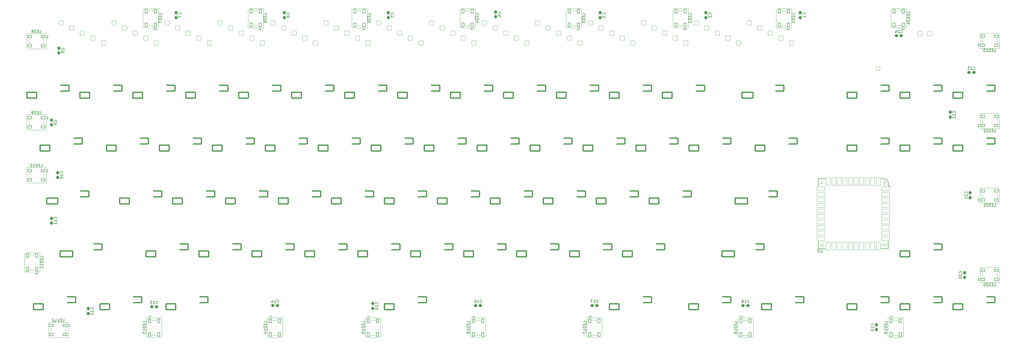
<source format=gbo>
G04 #@! TF.GenerationSoftware,KiCad,Pcbnew,9.0.0*
G04 #@! TF.CreationDate,2025-03-06T12:34:28+00:00*
G04 #@! TF.ProjectId,discipline-pcb,64697363-6970-46c6-996e-652d7063622e,rev?*
G04 #@! TF.SameCoordinates,Original*
G04 #@! TF.FileFunction,Legend,Bot*
G04 #@! TF.FilePolarity,Positive*
%FSLAX46Y46*%
G04 Gerber Fmt 4.6, Leading zero omitted, Abs format (unit mm)*
G04 Created by KiCad (PCBNEW 9.0.0) date 2025-03-06 12:34:28*
%MOMM*%
%LPD*%
G01*
G04 APERTURE LIST*
G04 Aperture macros list*
%AMRoundRect*
0 Rectangle with rounded corners*
0 $1 Rounding radius*
0 $2 $3 $4 $5 $6 $7 $8 $9 X,Y pos of 4 corners*
0 Add a 4 corners polygon primitive as box body*
4,1,4,$2,$3,$4,$5,$6,$7,$8,$9,$2,$3,0*
0 Add four circle primitives for the rounded corners*
1,1,$1+$1,$2,$3*
1,1,$1+$1,$4,$5*
1,1,$1+$1,$6,$7*
1,1,$1+$1,$8,$9*
0 Add four rect primitives between the rounded corners*
20,1,$1+$1,$2,$3,$4,$5,0*
20,1,$1+$1,$4,$5,$6,$7,0*
20,1,$1+$1,$6,$7,$8,$9,0*
20,1,$1+$1,$8,$9,$2,$3,0*%
G04 Aperture macros list end*
%ADD10C,0.150000*%
%ADD11C,0.120000*%
%ADD12O,0.752000X1.102000*%
%ADD13O,1.002000X2.502000*%
%ADD14O,1.002000X1.802000*%
%ADD15RoundRect,0.051000X-0.800000X0.800000X-0.800000X-0.800000X0.800000X-0.800000X0.800000X0.800000X0*%
%ADD16O,1.702000X1.702000*%
%ADD17RoundRect,0.051000X0.647700X-0.647700X0.647700X0.647700X-0.647700X0.647700X-0.647700X-0.647700X0*%
%ADD18C,1.397400*%
%ADD19RoundRect,0.051000X0.800000X-0.800000X0.800000X0.800000X-0.800000X0.800000X-0.800000X-0.800000X0*%
%ADD20C,4.502000*%
%ADD21C,1.502000*%
%ADD22O,1.502000X1.502000*%
%ADD23C,2.102000*%
%ADD24C,1.803800*%
%ADD25C,4.089800*%
%ADD26C,3.402000*%
%ADD27RoundRect,0.208160X1.772840X1.092840X-1.772840X1.092840X-1.772840X-1.092840X1.772840X-1.092840X0*%
%ADD28RoundRect,0.208160X1.901340X1.092840X-1.901340X1.092840X-1.901340X-1.092840X1.901340X-1.092840X0*%
%ADD29C,3.150000*%
%ADD30RoundRect,0.208160X2.022840X1.092840X-2.022840X1.092840X-2.022840X-1.092840X2.022840X-1.092840X0*%
%ADD31RoundRect,0.208160X2.272840X1.092840X-2.272840X1.092840X-2.272840X-1.092840X2.272840X-1.092840X0*%
%ADD32RoundRect,0.263000X0.263000X-0.325500X0.263000X0.325500X-0.263000X0.325500X-0.263000X-0.325500X0*%
%ADD33RoundRect,0.100200X0.400800X-0.700800X0.400800X0.700800X-0.400800X0.700800X-0.400800X-0.700800X0*%
%ADD34RoundRect,0.263000X0.325500X0.263000X-0.325500X0.263000X-0.325500X-0.263000X0.325500X-0.263000X0*%
%ADD35RoundRect,0.100200X-0.400800X0.700800X-0.400800X-0.700800X0.400800X-0.700800X0.400800X0.700800X0*%
%ADD36RoundRect,0.263000X-0.263000X0.325500X-0.263000X-0.325500X0.263000X-0.325500X0.263000X0.325500X0*%
%ADD37RoundRect,0.100200X0.700800X0.400800X-0.700800X0.400800X-0.700800X-0.400800X0.700800X-0.400800X0*%
%ADD38RoundRect,0.100200X-0.700800X-0.400800X0.700800X-0.400800X0.700800X0.400800X-0.700800X0.400800X0*%
%ADD39RoundRect,0.051000X1.400000X0.750000X-1.400000X0.750000X-1.400000X-0.750000X1.400000X-0.750000X0*%
%ADD40RoundRect,0.051000X-0.750000X1.400000X-0.750000X-1.400000X0.750000X-1.400000X0.750000X1.400000X0*%
G04 APERTURE END LIST*
D10*
X301202080Y-63233333D02*
X301249700Y-63185714D01*
X301249700Y-63185714D02*
X301297319Y-63042857D01*
X301297319Y-63042857D02*
X301297319Y-62947619D01*
X301297319Y-62947619D02*
X301249700Y-62804762D01*
X301249700Y-62804762D02*
X301154461Y-62709524D01*
X301154461Y-62709524D02*
X301059223Y-62661905D01*
X301059223Y-62661905D02*
X300868747Y-62614286D01*
X300868747Y-62614286D02*
X300725890Y-62614286D01*
X300725890Y-62614286D02*
X300535414Y-62661905D01*
X300535414Y-62661905D02*
X300440176Y-62709524D01*
X300440176Y-62709524D02*
X300344938Y-62804762D01*
X300344938Y-62804762D02*
X300297319Y-62947619D01*
X300297319Y-62947619D02*
X300297319Y-63042857D01*
X300297319Y-63042857D02*
X300344938Y-63185714D01*
X300344938Y-63185714D02*
X300392557Y-63233333D01*
X300392557Y-63614286D02*
X300344938Y-63661905D01*
X300344938Y-63661905D02*
X300297319Y-63757143D01*
X300297319Y-63757143D02*
X300297319Y-63995238D01*
X300297319Y-63995238D02*
X300344938Y-64090476D01*
X300344938Y-64090476D02*
X300392557Y-64138095D01*
X300392557Y-64138095D02*
X300487795Y-64185714D01*
X300487795Y-64185714D02*
X300583033Y-64185714D01*
X300583033Y-64185714D02*
X300725890Y-64138095D01*
X300725890Y-64138095D02*
X301297319Y-63566667D01*
X301297319Y-63566667D02*
X301297319Y-64185714D01*
X178754819Y-63343452D02*
X178754819Y-62867262D01*
X178754819Y-62867262D02*
X177754819Y-62867262D01*
X178231009Y-63676786D02*
X178231009Y-64010119D01*
X178754819Y-64152976D02*
X178754819Y-63676786D01*
X178754819Y-63676786D02*
X177754819Y-63676786D01*
X177754819Y-63676786D02*
X177754819Y-64152976D01*
X178754819Y-64581548D02*
X177754819Y-64581548D01*
X177754819Y-64581548D02*
X177754819Y-64819643D01*
X177754819Y-64819643D02*
X177802438Y-64962500D01*
X177802438Y-64962500D02*
X177897676Y-65057738D01*
X177897676Y-65057738D02*
X177992914Y-65105357D01*
X177992914Y-65105357D02*
X178183390Y-65152976D01*
X178183390Y-65152976D02*
X178326247Y-65152976D01*
X178326247Y-65152976D02*
X178516723Y-65105357D01*
X178516723Y-65105357D02*
X178611961Y-65057738D01*
X178611961Y-65057738D02*
X178707200Y-64962500D01*
X178707200Y-64962500D02*
X178754819Y-64819643D01*
X178754819Y-64819643D02*
X178754819Y-64581548D01*
X177754819Y-66057738D02*
X177754819Y-65581548D01*
X177754819Y-65581548D02*
X178231009Y-65533929D01*
X178231009Y-65533929D02*
X178183390Y-65581548D01*
X178183390Y-65581548D02*
X178135771Y-65676786D01*
X178135771Y-65676786D02*
X178135771Y-65914881D01*
X178135771Y-65914881D02*
X178183390Y-66010119D01*
X178183390Y-66010119D02*
X178231009Y-66057738D01*
X178231009Y-66057738D02*
X178326247Y-66105357D01*
X178326247Y-66105357D02*
X178564342Y-66105357D01*
X178564342Y-66105357D02*
X178659580Y-66057738D01*
X178659580Y-66057738D02*
X178707200Y-66010119D01*
X178707200Y-66010119D02*
X178754819Y-65914881D01*
X178754819Y-65914881D02*
X178754819Y-65676786D01*
X178754819Y-65676786D02*
X178707200Y-65581548D01*
X178707200Y-65581548D02*
X178659580Y-65533929D01*
X176037704Y-68233928D02*
X176037704Y-68691071D01*
X176037704Y-68462499D02*
X176837704Y-68462499D01*
X176837704Y-68462499D02*
X176723419Y-68538690D01*
X176723419Y-68538690D02*
X176647228Y-68614880D01*
X176647228Y-68614880D02*
X176609133Y-68691071D01*
X395580357Y-82929580D02*
X395627976Y-82977200D01*
X395627976Y-82977200D02*
X395770833Y-83024819D01*
X395770833Y-83024819D02*
X395866071Y-83024819D01*
X395866071Y-83024819D02*
X396008928Y-82977200D01*
X396008928Y-82977200D02*
X396104166Y-82881961D01*
X396104166Y-82881961D02*
X396151785Y-82786723D01*
X396151785Y-82786723D02*
X396199404Y-82596247D01*
X396199404Y-82596247D02*
X396199404Y-82453390D01*
X396199404Y-82453390D02*
X396151785Y-82262914D01*
X396151785Y-82262914D02*
X396104166Y-82167676D01*
X396104166Y-82167676D02*
X396008928Y-82072438D01*
X396008928Y-82072438D02*
X395866071Y-82024819D01*
X395866071Y-82024819D02*
X395770833Y-82024819D01*
X395770833Y-82024819D02*
X395627976Y-82072438D01*
X395627976Y-82072438D02*
X395580357Y-82120057D01*
X395199404Y-82120057D02*
X395151785Y-82072438D01*
X395151785Y-82072438D02*
X395056547Y-82024819D01*
X395056547Y-82024819D02*
X394818452Y-82024819D01*
X394818452Y-82024819D02*
X394723214Y-82072438D01*
X394723214Y-82072438D02*
X394675595Y-82120057D01*
X394675595Y-82120057D02*
X394627976Y-82215295D01*
X394627976Y-82215295D02*
X394627976Y-82310533D01*
X394627976Y-82310533D02*
X394675595Y-82453390D01*
X394675595Y-82453390D02*
X395247023Y-83024819D01*
X395247023Y-83024819D02*
X394627976Y-83024819D01*
X394294642Y-82024819D02*
X393675595Y-82024819D01*
X393675595Y-82024819D02*
X394008928Y-82405771D01*
X394008928Y-82405771D02*
X393866071Y-82405771D01*
X393866071Y-82405771D02*
X393770833Y-82453390D01*
X393770833Y-82453390D02*
X393723214Y-82501009D01*
X393723214Y-82501009D02*
X393675595Y-82596247D01*
X393675595Y-82596247D02*
X393675595Y-82834342D01*
X393675595Y-82834342D02*
X393723214Y-82929580D01*
X393723214Y-82929580D02*
X393770833Y-82977200D01*
X393770833Y-82977200D02*
X393866071Y-83024819D01*
X393866071Y-83024819D02*
X394151785Y-83024819D01*
X394151785Y-83024819D02*
X394247023Y-82977200D01*
X394247023Y-82977200D02*
X394294642Y-82929580D01*
X176604819Y-174354761D02*
X176604819Y-173878571D01*
X176604819Y-173878571D02*
X175604819Y-173878571D01*
X176081009Y-174688095D02*
X176081009Y-175021428D01*
X176604819Y-175164285D02*
X176604819Y-174688095D01*
X176604819Y-174688095D02*
X175604819Y-174688095D01*
X175604819Y-174688095D02*
X175604819Y-175164285D01*
X176604819Y-175592857D02*
X175604819Y-175592857D01*
X175604819Y-175592857D02*
X175604819Y-175830952D01*
X175604819Y-175830952D02*
X175652438Y-175973809D01*
X175652438Y-175973809D02*
X175747676Y-176069047D01*
X175747676Y-176069047D02*
X175842914Y-176116666D01*
X175842914Y-176116666D02*
X176033390Y-176164285D01*
X176033390Y-176164285D02*
X176176247Y-176164285D01*
X176176247Y-176164285D02*
X176366723Y-176116666D01*
X176366723Y-176116666D02*
X176461961Y-176069047D01*
X176461961Y-176069047D02*
X176557200Y-175973809D01*
X176557200Y-175973809D02*
X176604819Y-175830952D01*
X176604819Y-175830952D02*
X176604819Y-175592857D01*
X176604819Y-177116666D02*
X176604819Y-176545238D01*
X176604819Y-176830952D02*
X175604819Y-176830952D01*
X175604819Y-176830952D02*
X175747676Y-176735714D01*
X175747676Y-176735714D02*
X175842914Y-176640476D01*
X175842914Y-176640476D02*
X175890533Y-176545238D01*
X175604819Y-178021428D02*
X175604819Y-177545238D01*
X175604819Y-177545238D02*
X176081009Y-177497619D01*
X176081009Y-177497619D02*
X176033390Y-177545238D01*
X176033390Y-177545238D02*
X175985771Y-177640476D01*
X175985771Y-177640476D02*
X175985771Y-177878571D01*
X175985771Y-177878571D02*
X176033390Y-177973809D01*
X176033390Y-177973809D02*
X176081009Y-178021428D01*
X176081009Y-178021428D02*
X176176247Y-178069047D01*
X176176247Y-178069047D02*
X176414342Y-178069047D01*
X176414342Y-178069047D02*
X176509580Y-178021428D01*
X176509580Y-178021428D02*
X176557200Y-177973809D01*
X176557200Y-177973809D02*
X176604819Y-177878571D01*
X176604819Y-177878571D02*
X176604819Y-177640476D01*
X176604819Y-177640476D02*
X176557200Y-177545238D01*
X176557200Y-177545238D02*
X176509580Y-177497619D01*
X178412295Y-172178571D02*
X178412295Y-171721428D01*
X178412295Y-171950000D02*
X177612295Y-171950000D01*
X177612295Y-171950000D02*
X177726580Y-171873809D01*
X177726580Y-171873809D02*
X177802771Y-171797619D01*
X177802771Y-171797619D02*
X177840866Y-171721428D01*
X149527080Y-63233333D02*
X149574700Y-63185714D01*
X149574700Y-63185714D02*
X149622319Y-63042857D01*
X149622319Y-63042857D02*
X149622319Y-62947619D01*
X149622319Y-62947619D02*
X149574700Y-62804762D01*
X149574700Y-62804762D02*
X149479461Y-62709524D01*
X149479461Y-62709524D02*
X149384223Y-62661905D01*
X149384223Y-62661905D02*
X149193747Y-62614286D01*
X149193747Y-62614286D02*
X149050890Y-62614286D01*
X149050890Y-62614286D02*
X148860414Y-62661905D01*
X148860414Y-62661905D02*
X148765176Y-62709524D01*
X148765176Y-62709524D02*
X148669938Y-62804762D01*
X148669938Y-62804762D02*
X148622319Y-62947619D01*
X148622319Y-62947619D02*
X148622319Y-63042857D01*
X148622319Y-63042857D02*
X148669938Y-63185714D01*
X148669938Y-63185714D02*
X148717557Y-63233333D01*
X148622319Y-64090476D02*
X148622319Y-63900000D01*
X148622319Y-63900000D02*
X148669938Y-63804762D01*
X148669938Y-63804762D02*
X148717557Y-63757143D01*
X148717557Y-63757143D02*
X148860414Y-63661905D01*
X148860414Y-63661905D02*
X149050890Y-63614286D01*
X149050890Y-63614286D02*
X149431842Y-63614286D01*
X149431842Y-63614286D02*
X149527080Y-63661905D01*
X149527080Y-63661905D02*
X149574700Y-63709524D01*
X149574700Y-63709524D02*
X149622319Y-63804762D01*
X149622319Y-63804762D02*
X149622319Y-63995238D01*
X149622319Y-63995238D02*
X149574700Y-64090476D01*
X149574700Y-64090476D02*
X149527080Y-64138095D01*
X149527080Y-64138095D02*
X149431842Y-64185714D01*
X149431842Y-64185714D02*
X149193747Y-64185714D01*
X149193747Y-64185714D02*
X149098509Y-64138095D01*
X149098509Y-64138095D02*
X149050890Y-64090476D01*
X149050890Y-64090476D02*
X149003271Y-63995238D01*
X149003271Y-63995238D02*
X149003271Y-63804762D01*
X149003271Y-63804762D02*
X149050890Y-63709524D01*
X149050890Y-63709524D02*
X149098509Y-63661905D01*
X149098509Y-63661905D02*
X149193747Y-63614286D01*
X391429580Y-156357142D02*
X391477200Y-156309523D01*
X391477200Y-156309523D02*
X391524819Y-156166666D01*
X391524819Y-156166666D02*
X391524819Y-156071428D01*
X391524819Y-156071428D02*
X391477200Y-155928571D01*
X391477200Y-155928571D02*
X391381961Y-155833333D01*
X391381961Y-155833333D02*
X391286723Y-155785714D01*
X391286723Y-155785714D02*
X391096247Y-155738095D01*
X391096247Y-155738095D02*
X390953390Y-155738095D01*
X390953390Y-155738095D02*
X390762914Y-155785714D01*
X390762914Y-155785714D02*
X390667676Y-155833333D01*
X390667676Y-155833333D02*
X390572438Y-155928571D01*
X390572438Y-155928571D02*
X390524819Y-156071428D01*
X390524819Y-156071428D02*
X390524819Y-156166666D01*
X390524819Y-156166666D02*
X390572438Y-156309523D01*
X390572438Y-156309523D02*
X390620057Y-156357142D01*
X390620057Y-156738095D02*
X390572438Y-156785714D01*
X390572438Y-156785714D02*
X390524819Y-156880952D01*
X390524819Y-156880952D02*
X390524819Y-157119047D01*
X390524819Y-157119047D02*
X390572438Y-157214285D01*
X390572438Y-157214285D02*
X390620057Y-157261904D01*
X390620057Y-157261904D02*
X390715295Y-157309523D01*
X390715295Y-157309523D02*
X390810533Y-157309523D01*
X390810533Y-157309523D02*
X390953390Y-157261904D01*
X390953390Y-157261904D02*
X391524819Y-156690476D01*
X391524819Y-156690476D02*
X391524819Y-157309523D01*
X390524819Y-157928571D02*
X390524819Y-158023809D01*
X390524819Y-158023809D02*
X390572438Y-158119047D01*
X390572438Y-158119047D02*
X390620057Y-158166666D01*
X390620057Y-158166666D02*
X390715295Y-158214285D01*
X390715295Y-158214285D02*
X390905771Y-158261904D01*
X390905771Y-158261904D02*
X391143866Y-158261904D01*
X391143866Y-158261904D02*
X391334342Y-158214285D01*
X391334342Y-158214285D02*
X391429580Y-158166666D01*
X391429580Y-158166666D02*
X391477200Y-158119047D01*
X391477200Y-158119047D02*
X391524819Y-158023809D01*
X391524819Y-158023809D02*
X391524819Y-157928571D01*
X391524819Y-157928571D02*
X391477200Y-157833333D01*
X391477200Y-157833333D02*
X391429580Y-157785714D01*
X391429580Y-157785714D02*
X391334342Y-157738095D01*
X391334342Y-157738095D02*
X391143866Y-157690476D01*
X391143866Y-157690476D02*
X390905771Y-157690476D01*
X390905771Y-157690476D02*
X390715295Y-157738095D01*
X390715295Y-157738095D02*
X390620057Y-157785714D01*
X390620057Y-157785714D02*
X390572438Y-157833333D01*
X390572438Y-157833333D02*
X390524819Y-157928571D01*
X67989580Y-120357142D02*
X68037200Y-120309523D01*
X68037200Y-120309523D02*
X68084819Y-120166666D01*
X68084819Y-120166666D02*
X68084819Y-120071428D01*
X68084819Y-120071428D02*
X68037200Y-119928571D01*
X68037200Y-119928571D02*
X67941961Y-119833333D01*
X67941961Y-119833333D02*
X67846723Y-119785714D01*
X67846723Y-119785714D02*
X67656247Y-119738095D01*
X67656247Y-119738095D02*
X67513390Y-119738095D01*
X67513390Y-119738095D02*
X67322914Y-119785714D01*
X67322914Y-119785714D02*
X67227676Y-119833333D01*
X67227676Y-119833333D02*
X67132438Y-119928571D01*
X67132438Y-119928571D02*
X67084819Y-120071428D01*
X67084819Y-120071428D02*
X67084819Y-120166666D01*
X67084819Y-120166666D02*
X67132438Y-120309523D01*
X67132438Y-120309523D02*
X67180057Y-120357142D01*
X68084819Y-121309523D02*
X68084819Y-120738095D01*
X68084819Y-121023809D02*
X67084819Y-121023809D01*
X67084819Y-121023809D02*
X67227676Y-120928571D01*
X67227676Y-120928571D02*
X67322914Y-120833333D01*
X67322914Y-120833333D02*
X67370533Y-120738095D01*
X67084819Y-121928571D02*
X67084819Y-122023809D01*
X67084819Y-122023809D02*
X67132438Y-122119047D01*
X67132438Y-122119047D02*
X67180057Y-122166666D01*
X67180057Y-122166666D02*
X67275295Y-122214285D01*
X67275295Y-122214285D02*
X67465771Y-122261904D01*
X67465771Y-122261904D02*
X67703866Y-122261904D01*
X67703866Y-122261904D02*
X67894342Y-122214285D01*
X67894342Y-122214285D02*
X67989580Y-122166666D01*
X67989580Y-122166666D02*
X68037200Y-122119047D01*
X68037200Y-122119047D02*
X68084819Y-122023809D01*
X68084819Y-122023809D02*
X68084819Y-121928571D01*
X68084819Y-121928571D02*
X68037200Y-121833333D01*
X68037200Y-121833333D02*
X67989580Y-121785714D01*
X67989580Y-121785714D02*
X67894342Y-121738095D01*
X67894342Y-121738095D02*
X67703866Y-121690476D01*
X67703866Y-121690476D02*
X67465771Y-121690476D01*
X67465771Y-121690476D02*
X67275295Y-121738095D01*
X67275295Y-121738095D02*
X67180057Y-121785714D01*
X67180057Y-121785714D02*
X67132438Y-121833333D01*
X67132438Y-121833333D02*
X67084819Y-121928571D01*
X78989580Y-169357142D02*
X79037200Y-169309523D01*
X79037200Y-169309523D02*
X79084819Y-169166666D01*
X79084819Y-169166666D02*
X79084819Y-169071428D01*
X79084819Y-169071428D02*
X79037200Y-168928571D01*
X79037200Y-168928571D02*
X78941961Y-168833333D01*
X78941961Y-168833333D02*
X78846723Y-168785714D01*
X78846723Y-168785714D02*
X78656247Y-168738095D01*
X78656247Y-168738095D02*
X78513390Y-168738095D01*
X78513390Y-168738095D02*
X78322914Y-168785714D01*
X78322914Y-168785714D02*
X78227676Y-168833333D01*
X78227676Y-168833333D02*
X78132438Y-168928571D01*
X78132438Y-168928571D02*
X78084819Y-169071428D01*
X78084819Y-169071428D02*
X78084819Y-169166666D01*
X78084819Y-169166666D02*
X78132438Y-169309523D01*
X78132438Y-169309523D02*
X78180057Y-169357142D01*
X79084819Y-170309523D02*
X79084819Y-169738095D01*
X79084819Y-170023809D02*
X78084819Y-170023809D01*
X78084819Y-170023809D02*
X78227676Y-169928571D01*
X78227676Y-169928571D02*
X78322914Y-169833333D01*
X78322914Y-169833333D02*
X78370533Y-169738095D01*
X78180057Y-170690476D02*
X78132438Y-170738095D01*
X78132438Y-170738095D02*
X78084819Y-170833333D01*
X78084819Y-170833333D02*
X78084819Y-171071428D01*
X78084819Y-171071428D02*
X78132438Y-171166666D01*
X78132438Y-171166666D02*
X78180057Y-171214285D01*
X78180057Y-171214285D02*
X78275295Y-171261904D01*
X78275295Y-171261904D02*
X78370533Y-171261904D01*
X78370533Y-171261904D02*
X78513390Y-171214285D01*
X78513390Y-171214285D02*
X79084819Y-170642857D01*
X79084819Y-170642857D02*
X79084819Y-171261904D01*
X59669047Y-99004819D02*
X60145237Y-99004819D01*
X60145237Y-99004819D02*
X60145237Y-98004819D01*
X59335713Y-98481009D02*
X59002380Y-98481009D01*
X58859523Y-99004819D02*
X59335713Y-99004819D01*
X59335713Y-99004819D02*
X59335713Y-98004819D01*
X59335713Y-98004819D02*
X58859523Y-98004819D01*
X58430951Y-99004819D02*
X58430951Y-98004819D01*
X58430951Y-98004819D02*
X58192856Y-98004819D01*
X58192856Y-98004819D02*
X58049999Y-98052438D01*
X58049999Y-98052438D02*
X57954761Y-98147676D01*
X57954761Y-98147676D02*
X57907142Y-98242914D01*
X57907142Y-98242914D02*
X57859523Y-98433390D01*
X57859523Y-98433390D02*
X57859523Y-98576247D01*
X57859523Y-98576247D02*
X57907142Y-98766723D01*
X57907142Y-98766723D02*
X57954761Y-98861961D01*
X57954761Y-98861961D02*
X58049999Y-98957200D01*
X58049999Y-98957200D02*
X58192856Y-99004819D01*
X58192856Y-99004819D02*
X58430951Y-99004819D01*
X57383332Y-99004819D02*
X57192856Y-99004819D01*
X57192856Y-99004819D02*
X57097618Y-98957200D01*
X57097618Y-98957200D02*
X57049999Y-98909580D01*
X57049999Y-98909580D02*
X56954761Y-98766723D01*
X56954761Y-98766723D02*
X56907142Y-98576247D01*
X56907142Y-98576247D02*
X56907142Y-98195295D01*
X56907142Y-98195295D02*
X56954761Y-98100057D01*
X56954761Y-98100057D02*
X57002380Y-98052438D01*
X57002380Y-98052438D02*
X57097618Y-98004819D01*
X57097618Y-98004819D02*
X57288094Y-98004819D01*
X57288094Y-98004819D02*
X57383332Y-98052438D01*
X57383332Y-98052438D02*
X57430951Y-98100057D01*
X57430951Y-98100057D02*
X57478570Y-98195295D01*
X57478570Y-98195295D02*
X57478570Y-98433390D01*
X57478570Y-98433390D02*
X57430951Y-98528628D01*
X57430951Y-98528628D02*
X57383332Y-98576247D01*
X57383332Y-98576247D02*
X57288094Y-98623866D01*
X57288094Y-98623866D02*
X57097618Y-98623866D01*
X57097618Y-98623866D02*
X57002380Y-98576247D01*
X57002380Y-98576247D02*
X56954761Y-98528628D01*
X56954761Y-98528628D02*
X56907142Y-98433390D01*
X62321428Y-100812295D02*
X62778571Y-100812295D01*
X62549999Y-100812295D02*
X62549999Y-100012295D01*
X62549999Y-100012295D02*
X62626190Y-100126580D01*
X62626190Y-100126580D02*
X62702380Y-100202771D01*
X62702380Y-100202771D02*
X62778571Y-100240866D01*
X65789580Y-136807142D02*
X65837200Y-136759523D01*
X65837200Y-136759523D02*
X65884819Y-136616666D01*
X65884819Y-136616666D02*
X65884819Y-136521428D01*
X65884819Y-136521428D02*
X65837200Y-136378571D01*
X65837200Y-136378571D02*
X65741961Y-136283333D01*
X65741961Y-136283333D02*
X65646723Y-136235714D01*
X65646723Y-136235714D02*
X65456247Y-136188095D01*
X65456247Y-136188095D02*
X65313390Y-136188095D01*
X65313390Y-136188095D02*
X65122914Y-136235714D01*
X65122914Y-136235714D02*
X65027676Y-136283333D01*
X65027676Y-136283333D02*
X64932438Y-136378571D01*
X64932438Y-136378571D02*
X64884819Y-136521428D01*
X64884819Y-136521428D02*
X64884819Y-136616666D01*
X64884819Y-136616666D02*
X64932438Y-136759523D01*
X64932438Y-136759523D02*
X64980057Y-136807142D01*
X65884819Y-137759523D02*
X65884819Y-137188095D01*
X65884819Y-137473809D02*
X64884819Y-137473809D01*
X64884819Y-137473809D02*
X65027676Y-137378571D01*
X65027676Y-137378571D02*
X65122914Y-137283333D01*
X65122914Y-137283333D02*
X65170533Y-137188095D01*
X65884819Y-138711904D02*
X65884819Y-138140476D01*
X65884819Y-138426190D02*
X64884819Y-138426190D01*
X64884819Y-138426190D02*
X65027676Y-138330952D01*
X65027676Y-138330952D02*
X65122914Y-138235714D01*
X65122914Y-138235714D02*
X65170533Y-138140476D01*
X60145238Y-118004819D02*
X60621428Y-118004819D01*
X60621428Y-118004819D02*
X60621428Y-117004819D01*
X59811904Y-117481009D02*
X59478571Y-117481009D01*
X59335714Y-118004819D02*
X59811904Y-118004819D01*
X59811904Y-118004819D02*
X59811904Y-117004819D01*
X59811904Y-117004819D02*
X59335714Y-117004819D01*
X58907142Y-118004819D02*
X58907142Y-117004819D01*
X58907142Y-117004819D02*
X58669047Y-117004819D01*
X58669047Y-117004819D02*
X58526190Y-117052438D01*
X58526190Y-117052438D02*
X58430952Y-117147676D01*
X58430952Y-117147676D02*
X58383333Y-117242914D01*
X58383333Y-117242914D02*
X58335714Y-117433390D01*
X58335714Y-117433390D02*
X58335714Y-117576247D01*
X58335714Y-117576247D02*
X58383333Y-117766723D01*
X58383333Y-117766723D02*
X58430952Y-117861961D01*
X58430952Y-117861961D02*
X58526190Y-117957200D01*
X58526190Y-117957200D02*
X58669047Y-118004819D01*
X58669047Y-118004819D02*
X58907142Y-118004819D01*
X57383333Y-118004819D02*
X57954761Y-118004819D01*
X57669047Y-118004819D02*
X57669047Y-117004819D01*
X57669047Y-117004819D02*
X57764285Y-117147676D01*
X57764285Y-117147676D02*
X57859523Y-117242914D01*
X57859523Y-117242914D02*
X57954761Y-117290533D01*
X56764285Y-117004819D02*
X56669047Y-117004819D01*
X56669047Y-117004819D02*
X56573809Y-117052438D01*
X56573809Y-117052438D02*
X56526190Y-117100057D01*
X56526190Y-117100057D02*
X56478571Y-117195295D01*
X56478571Y-117195295D02*
X56430952Y-117385771D01*
X56430952Y-117385771D02*
X56430952Y-117623866D01*
X56430952Y-117623866D02*
X56478571Y-117814342D01*
X56478571Y-117814342D02*
X56526190Y-117909580D01*
X56526190Y-117909580D02*
X56573809Y-117957200D01*
X56573809Y-117957200D02*
X56669047Y-118004819D01*
X56669047Y-118004819D02*
X56764285Y-118004819D01*
X56764285Y-118004819D02*
X56859523Y-117957200D01*
X56859523Y-117957200D02*
X56907142Y-117909580D01*
X56907142Y-117909580D02*
X56954761Y-117814342D01*
X56954761Y-117814342D02*
X57002380Y-117623866D01*
X57002380Y-117623866D02*
X57002380Y-117385771D01*
X57002380Y-117385771D02*
X56954761Y-117195295D01*
X56954761Y-117195295D02*
X56907142Y-117100057D01*
X56907142Y-117100057D02*
X56859523Y-117052438D01*
X56859523Y-117052438D02*
X56764285Y-117004819D01*
X62321428Y-119812295D02*
X62778571Y-119812295D01*
X62549999Y-119812295D02*
X62549999Y-119012295D01*
X62549999Y-119012295D02*
X62626190Y-119126580D01*
X62626190Y-119126580D02*
X62702380Y-119202771D01*
X62702380Y-119202771D02*
X62778571Y-119240866D01*
X181389580Y-167494642D02*
X181437200Y-167447023D01*
X181437200Y-167447023D02*
X181484819Y-167304166D01*
X181484819Y-167304166D02*
X181484819Y-167208928D01*
X181484819Y-167208928D02*
X181437200Y-167066071D01*
X181437200Y-167066071D02*
X181341961Y-166970833D01*
X181341961Y-166970833D02*
X181246723Y-166923214D01*
X181246723Y-166923214D02*
X181056247Y-166875595D01*
X181056247Y-166875595D02*
X180913390Y-166875595D01*
X180913390Y-166875595D02*
X180722914Y-166923214D01*
X180722914Y-166923214D02*
X180627676Y-166970833D01*
X180627676Y-166970833D02*
X180532438Y-167066071D01*
X180532438Y-167066071D02*
X180484819Y-167208928D01*
X180484819Y-167208928D02*
X180484819Y-167304166D01*
X180484819Y-167304166D02*
X180532438Y-167447023D01*
X180532438Y-167447023D02*
X180580057Y-167494642D01*
X181484819Y-168447023D02*
X181484819Y-167875595D01*
X181484819Y-168161309D02*
X180484819Y-168161309D01*
X180484819Y-168161309D02*
X180627676Y-168066071D01*
X180627676Y-168066071D02*
X180722914Y-167970833D01*
X180722914Y-167970833D02*
X180770533Y-167875595D01*
X180484819Y-169351785D02*
X180484819Y-168875595D01*
X180484819Y-168875595D02*
X180961009Y-168827976D01*
X180961009Y-168827976D02*
X180913390Y-168875595D01*
X180913390Y-168875595D02*
X180865771Y-168970833D01*
X180865771Y-168970833D02*
X180865771Y-169208928D01*
X180865771Y-169208928D02*
X180913390Y-169304166D01*
X180913390Y-169304166D02*
X180961009Y-169351785D01*
X180961009Y-169351785D02*
X181056247Y-169399404D01*
X181056247Y-169399404D02*
X181294342Y-169399404D01*
X181294342Y-169399404D02*
X181389580Y-169351785D01*
X181389580Y-169351785D02*
X181437200Y-169304166D01*
X181437200Y-169304166D02*
X181484819Y-169208928D01*
X181484819Y-169208928D02*
X181484819Y-168970833D01*
X181484819Y-168970833D02*
X181437200Y-168875595D01*
X181437200Y-168875595D02*
X181389580Y-168827976D01*
X217604819Y-63343452D02*
X217604819Y-62867262D01*
X217604819Y-62867262D02*
X216604819Y-62867262D01*
X217081009Y-63676786D02*
X217081009Y-64010119D01*
X217604819Y-64152976D02*
X217604819Y-63676786D01*
X217604819Y-63676786D02*
X216604819Y-63676786D01*
X216604819Y-63676786D02*
X216604819Y-64152976D01*
X217604819Y-64581548D02*
X216604819Y-64581548D01*
X216604819Y-64581548D02*
X216604819Y-64819643D01*
X216604819Y-64819643D02*
X216652438Y-64962500D01*
X216652438Y-64962500D02*
X216747676Y-65057738D01*
X216747676Y-65057738D02*
X216842914Y-65105357D01*
X216842914Y-65105357D02*
X217033390Y-65152976D01*
X217033390Y-65152976D02*
X217176247Y-65152976D01*
X217176247Y-65152976D02*
X217366723Y-65105357D01*
X217366723Y-65105357D02*
X217461961Y-65057738D01*
X217461961Y-65057738D02*
X217557200Y-64962500D01*
X217557200Y-64962500D02*
X217604819Y-64819643D01*
X217604819Y-64819643D02*
X217604819Y-64581548D01*
X216938152Y-66010119D02*
X217604819Y-66010119D01*
X216557200Y-65772024D02*
X217271485Y-65533929D01*
X217271485Y-65533929D02*
X217271485Y-66152976D01*
X214887704Y-68233928D02*
X214887704Y-68691071D01*
X214887704Y-68462499D02*
X215687704Y-68462499D01*
X215687704Y-68462499D02*
X215573419Y-68538690D01*
X215573419Y-68538690D02*
X215497228Y-68614880D01*
X215497228Y-68614880D02*
X215459133Y-68691071D01*
X369442857Y-69729580D02*
X369490476Y-69777200D01*
X369490476Y-69777200D02*
X369633333Y-69824819D01*
X369633333Y-69824819D02*
X369728571Y-69824819D01*
X369728571Y-69824819D02*
X369871428Y-69777200D01*
X369871428Y-69777200D02*
X369966666Y-69681961D01*
X369966666Y-69681961D02*
X370014285Y-69586723D01*
X370014285Y-69586723D02*
X370061904Y-69396247D01*
X370061904Y-69396247D02*
X370061904Y-69253390D01*
X370061904Y-69253390D02*
X370014285Y-69062914D01*
X370014285Y-69062914D02*
X369966666Y-68967676D01*
X369966666Y-68967676D02*
X369871428Y-68872438D01*
X369871428Y-68872438D02*
X369728571Y-68824819D01*
X369728571Y-68824819D02*
X369633333Y-68824819D01*
X369633333Y-68824819D02*
X369490476Y-68872438D01*
X369490476Y-68872438D02*
X369442857Y-68920057D01*
X369061904Y-68920057D02*
X369014285Y-68872438D01*
X369014285Y-68872438D02*
X368919047Y-68824819D01*
X368919047Y-68824819D02*
X368680952Y-68824819D01*
X368680952Y-68824819D02*
X368585714Y-68872438D01*
X368585714Y-68872438D02*
X368538095Y-68920057D01*
X368538095Y-68920057D02*
X368490476Y-69015295D01*
X368490476Y-69015295D02*
X368490476Y-69110533D01*
X368490476Y-69110533D02*
X368538095Y-69253390D01*
X368538095Y-69253390D02*
X369109523Y-69824819D01*
X369109523Y-69824819D02*
X368490476Y-69824819D01*
X367633333Y-69158152D02*
X367633333Y-69824819D01*
X367871428Y-68777200D02*
X368109523Y-69491485D01*
X368109523Y-69491485D02*
X367490476Y-69491485D01*
X255904819Y-63343452D02*
X255904819Y-62867262D01*
X255904819Y-62867262D02*
X254904819Y-62867262D01*
X255381009Y-63676786D02*
X255381009Y-64010119D01*
X255904819Y-64152976D02*
X255904819Y-63676786D01*
X255904819Y-63676786D02*
X254904819Y-63676786D01*
X254904819Y-63676786D02*
X254904819Y-64152976D01*
X255904819Y-64581548D02*
X254904819Y-64581548D01*
X254904819Y-64581548D02*
X254904819Y-64819643D01*
X254904819Y-64819643D02*
X254952438Y-64962500D01*
X254952438Y-64962500D02*
X255047676Y-65057738D01*
X255047676Y-65057738D02*
X255142914Y-65105357D01*
X255142914Y-65105357D02*
X255333390Y-65152976D01*
X255333390Y-65152976D02*
X255476247Y-65152976D01*
X255476247Y-65152976D02*
X255666723Y-65105357D01*
X255666723Y-65105357D02*
X255761961Y-65057738D01*
X255761961Y-65057738D02*
X255857200Y-64962500D01*
X255857200Y-64962500D02*
X255904819Y-64819643D01*
X255904819Y-64819643D02*
X255904819Y-64581548D01*
X254904819Y-65486310D02*
X254904819Y-66105357D01*
X254904819Y-66105357D02*
X255285771Y-65772024D01*
X255285771Y-65772024D02*
X255285771Y-65914881D01*
X255285771Y-65914881D02*
X255333390Y-66010119D01*
X255333390Y-66010119D02*
X255381009Y-66057738D01*
X255381009Y-66057738D02*
X255476247Y-66105357D01*
X255476247Y-66105357D02*
X255714342Y-66105357D01*
X255714342Y-66105357D02*
X255809580Y-66057738D01*
X255809580Y-66057738D02*
X255857200Y-66010119D01*
X255857200Y-66010119D02*
X255904819Y-65914881D01*
X255904819Y-65914881D02*
X255904819Y-65629167D01*
X255904819Y-65629167D02*
X255857200Y-65533929D01*
X255857200Y-65533929D02*
X255809580Y-65486310D01*
X253187704Y-68233928D02*
X253187704Y-68691071D01*
X253187704Y-68462499D02*
X253987704Y-68462499D01*
X253987704Y-68462499D02*
X253873419Y-68538690D01*
X253873419Y-68538690D02*
X253797228Y-68614880D01*
X253797228Y-68614880D02*
X253759133Y-68691071D01*
X101542857Y-167329580D02*
X101590476Y-167377200D01*
X101590476Y-167377200D02*
X101733333Y-167424819D01*
X101733333Y-167424819D02*
X101828571Y-167424819D01*
X101828571Y-167424819D02*
X101971428Y-167377200D01*
X101971428Y-167377200D02*
X102066666Y-167281961D01*
X102066666Y-167281961D02*
X102114285Y-167186723D01*
X102114285Y-167186723D02*
X102161904Y-166996247D01*
X102161904Y-166996247D02*
X102161904Y-166853390D01*
X102161904Y-166853390D02*
X102114285Y-166662914D01*
X102114285Y-166662914D02*
X102066666Y-166567676D01*
X102066666Y-166567676D02*
X101971428Y-166472438D01*
X101971428Y-166472438D02*
X101828571Y-166424819D01*
X101828571Y-166424819D02*
X101733333Y-166424819D01*
X101733333Y-166424819D02*
X101590476Y-166472438D01*
X101590476Y-166472438D02*
X101542857Y-166520057D01*
X100590476Y-167424819D02*
X101161904Y-167424819D01*
X100876190Y-167424819D02*
X100876190Y-166424819D01*
X100876190Y-166424819D02*
X100971428Y-166567676D01*
X100971428Y-166567676D02*
X101066666Y-166662914D01*
X101066666Y-166662914D02*
X101161904Y-166710533D01*
X100257142Y-166424819D02*
X99638095Y-166424819D01*
X99638095Y-166424819D02*
X99971428Y-166805771D01*
X99971428Y-166805771D02*
X99828571Y-166805771D01*
X99828571Y-166805771D02*
X99733333Y-166853390D01*
X99733333Y-166853390D02*
X99685714Y-166901009D01*
X99685714Y-166901009D02*
X99638095Y-166996247D01*
X99638095Y-166996247D02*
X99638095Y-167234342D01*
X99638095Y-167234342D02*
X99685714Y-167329580D01*
X99685714Y-167329580D02*
X99733333Y-167377200D01*
X99733333Y-167377200D02*
X99828571Y-167424819D01*
X99828571Y-167424819D02*
X100114285Y-167424819D01*
X100114285Y-167424819D02*
X100209523Y-167377200D01*
X100209523Y-167377200D02*
X100257142Y-167329580D01*
X389139580Y-98575892D02*
X389187200Y-98528273D01*
X389187200Y-98528273D02*
X389234819Y-98385416D01*
X389234819Y-98385416D02*
X389234819Y-98290178D01*
X389234819Y-98290178D02*
X389187200Y-98147321D01*
X389187200Y-98147321D02*
X389091961Y-98052083D01*
X389091961Y-98052083D02*
X388996723Y-98004464D01*
X388996723Y-98004464D02*
X388806247Y-97956845D01*
X388806247Y-97956845D02*
X388663390Y-97956845D01*
X388663390Y-97956845D02*
X388472914Y-98004464D01*
X388472914Y-98004464D02*
X388377676Y-98052083D01*
X388377676Y-98052083D02*
X388282438Y-98147321D01*
X388282438Y-98147321D02*
X388234819Y-98290178D01*
X388234819Y-98290178D02*
X388234819Y-98385416D01*
X388234819Y-98385416D02*
X388282438Y-98528273D01*
X388282438Y-98528273D02*
X388330057Y-98575892D01*
X388330057Y-98956845D02*
X388282438Y-99004464D01*
X388282438Y-99004464D02*
X388234819Y-99099702D01*
X388234819Y-99099702D02*
X388234819Y-99337797D01*
X388234819Y-99337797D02*
X388282438Y-99433035D01*
X388282438Y-99433035D02*
X388330057Y-99480654D01*
X388330057Y-99480654D02*
X388425295Y-99528273D01*
X388425295Y-99528273D02*
X388520533Y-99528273D01*
X388520533Y-99528273D02*
X388663390Y-99480654D01*
X388663390Y-99480654D02*
X389234819Y-98909226D01*
X389234819Y-98909226D02*
X389234819Y-99528273D01*
X388330057Y-99909226D02*
X388282438Y-99956845D01*
X388282438Y-99956845D02*
X388234819Y-100052083D01*
X388234819Y-100052083D02*
X388234819Y-100290178D01*
X388234819Y-100290178D02*
X388282438Y-100385416D01*
X388282438Y-100385416D02*
X388330057Y-100433035D01*
X388330057Y-100433035D02*
X388425295Y-100480654D01*
X388425295Y-100480654D02*
X388520533Y-100480654D01*
X388520533Y-100480654D02*
X388663390Y-100433035D01*
X388663390Y-100433035D02*
X389234819Y-99861607D01*
X389234819Y-99861607D02*
X389234819Y-100480654D01*
X403095238Y-160954819D02*
X403571428Y-160954819D01*
X403571428Y-160954819D02*
X403571428Y-159954819D01*
X402761904Y-160431009D02*
X402428571Y-160431009D01*
X402285714Y-160954819D02*
X402761904Y-160954819D01*
X402761904Y-160954819D02*
X402761904Y-159954819D01*
X402761904Y-159954819D02*
X402285714Y-159954819D01*
X401857142Y-160954819D02*
X401857142Y-159954819D01*
X401857142Y-159954819D02*
X401619047Y-159954819D01*
X401619047Y-159954819D02*
X401476190Y-160002438D01*
X401476190Y-160002438D02*
X401380952Y-160097676D01*
X401380952Y-160097676D02*
X401333333Y-160192914D01*
X401333333Y-160192914D02*
X401285714Y-160383390D01*
X401285714Y-160383390D02*
X401285714Y-160526247D01*
X401285714Y-160526247D02*
X401333333Y-160716723D01*
X401333333Y-160716723D02*
X401380952Y-160811961D01*
X401380952Y-160811961D02*
X401476190Y-160907200D01*
X401476190Y-160907200D02*
X401619047Y-160954819D01*
X401619047Y-160954819D02*
X401857142Y-160954819D01*
X400904761Y-160050057D02*
X400857142Y-160002438D01*
X400857142Y-160002438D02*
X400761904Y-159954819D01*
X400761904Y-159954819D02*
X400523809Y-159954819D01*
X400523809Y-159954819D02*
X400428571Y-160002438D01*
X400428571Y-160002438D02*
X400380952Y-160050057D01*
X400380952Y-160050057D02*
X400333333Y-160145295D01*
X400333333Y-160145295D02*
X400333333Y-160240533D01*
X400333333Y-160240533D02*
X400380952Y-160383390D01*
X400380952Y-160383390D02*
X400952380Y-160954819D01*
X400952380Y-160954819D02*
X400333333Y-160954819D01*
X399714285Y-159954819D02*
X399619047Y-159954819D01*
X399619047Y-159954819D02*
X399523809Y-160002438D01*
X399523809Y-160002438D02*
X399476190Y-160050057D01*
X399476190Y-160050057D02*
X399428571Y-160145295D01*
X399428571Y-160145295D02*
X399380952Y-160335771D01*
X399380952Y-160335771D02*
X399380952Y-160573866D01*
X399380952Y-160573866D02*
X399428571Y-160764342D01*
X399428571Y-160764342D02*
X399476190Y-160859580D01*
X399476190Y-160859580D02*
X399523809Y-160907200D01*
X399523809Y-160907200D02*
X399619047Y-160954819D01*
X399619047Y-160954819D02*
X399714285Y-160954819D01*
X399714285Y-160954819D02*
X399809523Y-160907200D01*
X399809523Y-160907200D02*
X399857142Y-160859580D01*
X399857142Y-160859580D02*
X399904761Y-160764342D01*
X399904761Y-160764342D02*
X399952380Y-160573866D01*
X399952380Y-160573866D02*
X399952380Y-160335771D01*
X399952380Y-160335771D02*
X399904761Y-160145295D01*
X399904761Y-160145295D02*
X399857142Y-160050057D01*
X399857142Y-160050057D02*
X399809523Y-160002438D01*
X399809523Y-160002438D02*
X399714285Y-159954819D01*
X397728571Y-158237704D02*
X397271428Y-158237704D01*
X397500000Y-158237704D02*
X397500000Y-159037704D01*
X397500000Y-159037704D02*
X397423809Y-158923419D01*
X397423809Y-158923419D02*
X397347619Y-158847228D01*
X397347619Y-158847228D02*
X397271428Y-158809133D01*
X294267319Y-63343452D02*
X294267319Y-62867262D01*
X294267319Y-62867262D02*
X293267319Y-62867262D01*
X293743509Y-63676786D02*
X293743509Y-64010119D01*
X294267319Y-64152976D02*
X294267319Y-63676786D01*
X294267319Y-63676786D02*
X293267319Y-63676786D01*
X293267319Y-63676786D02*
X293267319Y-64152976D01*
X294267319Y-64581548D02*
X293267319Y-64581548D01*
X293267319Y-64581548D02*
X293267319Y-64819643D01*
X293267319Y-64819643D02*
X293314938Y-64962500D01*
X293314938Y-64962500D02*
X293410176Y-65057738D01*
X293410176Y-65057738D02*
X293505414Y-65105357D01*
X293505414Y-65105357D02*
X293695890Y-65152976D01*
X293695890Y-65152976D02*
X293838747Y-65152976D01*
X293838747Y-65152976D02*
X294029223Y-65105357D01*
X294029223Y-65105357D02*
X294124461Y-65057738D01*
X294124461Y-65057738D02*
X294219700Y-64962500D01*
X294219700Y-64962500D02*
X294267319Y-64819643D01*
X294267319Y-64819643D02*
X294267319Y-64581548D01*
X293362557Y-65533929D02*
X293314938Y-65581548D01*
X293314938Y-65581548D02*
X293267319Y-65676786D01*
X293267319Y-65676786D02*
X293267319Y-65914881D01*
X293267319Y-65914881D02*
X293314938Y-66010119D01*
X293314938Y-66010119D02*
X293362557Y-66057738D01*
X293362557Y-66057738D02*
X293457795Y-66105357D01*
X293457795Y-66105357D02*
X293553033Y-66105357D01*
X293553033Y-66105357D02*
X293695890Y-66057738D01*
X293695890Y-66057738D02*
X294267319Y-65486310D01*
X294267319Y-65486310D02*
X294267319Y-66105357D01*
X291550204Y-68233928D02*
X291550204Y-68691071D01*
X291550204Y-68462499D02*
X292350204Y-68462499D01*
X292350204Y-68462499D02*
X292235919Y-68538690D01*
X292235919Y-68538690D02*
X292159728Y-68614880D01*
X292159728Y-68614880D02*
X292121633Y-68691071D01*
X225539580Y-62933333D02*
X225587200Y-62885714D01*
X225587200Y-62885714D02*
X225634819Y-62742857D01*
X225634819Y-62742857D02*
X225634819Y-62647619D01*
X225634819Y-62647619D02*
X225587200Y-62504762D01*
X225587200Y-62504762D02*
X225491961Y-62409524D01*
X225491961Y-62409524D02*
X225396723Y-62361905D01*
X225396723Y-62361905D02*
X225206247Y-62314286D01*
X225206247Y-62314286D02*
X225063390Y-62314286D01*
X225063390Y-62314286D02*
X224872914Y-62361905D01*
X224872914Y-62361905D02*
X224777676Y-62409524D01*
X224777676Y-62409524D02*
X224682438Y-62504762D01*
X224682438Y-62504762D02*
X224634819Y-62647619D01*
X224634819Y-62647619D02*
X224634819Y-62742857D01*
X224634819Y-62742857D02*
X224682438Y-62885714D01*
X224682438Y-62885714D02*
X224730057Y-62933333D01*
X224968152Y-63790476D02*
X225634819Y-63790476D01*
X224587200Y-63552381D02*
X225301485Y-63314286D01*
X225301485Y-63314286D02*
X225301485Y-63933333D01*
X65789580Y-101883333D02*
X65837200Y-101835714D01*
X65837200Y-101835714D02*
X65884819Y-101692857D01*
X65884819Y-101692857D02*
X65884819Y-101597619D01*
X65884819Y-101597619D02*
X65837200Y-101454762D01*
X65837200Y-101454762D02*
X65741961Y-101359524D01*
X65741961Y-101359524D02*
X65646723Y-101311905D01*
X65646723Y-101311905D02*
X65456247Y-101264286D01*
X65456247Y-101264286D02*
X65313390Y-101264286D01*
X65313390Y-101264286D02*
X65122914Y-101311905D01*
X65122914Y-101311905D02*
X65027676Y-101359524D01*
X65027676Y-101359524D02*
X64932438Y-101454762D01*
X64932438Y-101454762D02*
X64884819Y-101597619D01*
X64884819Y-101597619D02*
X64884819Y-101692857D01*
X64884819Y-101692857D02*
X64932438Y-101835714D01*
X64932438Y-101835714D02*
X64980057Y-101883333D01*
X65884819Y-102359524D02*
X65884819Y-102550000D01*
X65884819Y-102550000D02*
X65837200Y-102645238D01*
X65837200Y-102645238D02*
X65789580Y-102692857D01*
X65789580Y-102692857D02*
X65646723Y-102788095D01*
X65646723Y-102788095D02*
X65456247Y-102835714D01*
X65456247Y-102835714D02*
X65075295Y-102835714D01*
X65075295Y-102835714D02*
X64980057Y-102788095D01*
X64980057Y-102788095D02*
X64932438Y-102740476D01*
X64932438Y-102740476D02*
X64884819Y-102645238D01*
X64884819Y-102645238D02*
X64884819Y-102454762D01*
X64884819Y-102454762D02*
X64932438Y-102359524D01*
X64932438Y-102359524D02*
X64980057Y-102311905D01*
X64980057Y-102311905D02*
X65075295Y-102264286D01*
X65075295Y-102264286D02*
X65313390Y-102264286D01*
X65313390Y-102264286D02*
X65408628Y-102311905D01*
X65408628Y-102311905D02*
X65456247Y-102359524D01*
X65456247Y-102359524D02*
X65503866Y-102454762D01*
X65503866Y-102454762D02*
X65503866Y-102645238D01*
X65503866Y-102645238D02*
X65456247Y-102740476D01*
X65456247Y-102740476D02*
X65408628Y-102788095D01*
X65408628Y-102788095D02*
X65313390Y-102835714D01*
X256267319Y-174354761D02*
X256267319Y-173878571D01*
X256267319Y-173878571D02*
X255267319Y-173878571D01*
X255743509Y-174688095D02*
X255743509Y-175021428D01*
X256267319Y-175164285D02*
X256267319Y-174688095D01*
X256267319Y-174688095D02*
X255267319Y-174688095D01*
X255267319Y-174688095D02*
X255267319Y-175164285D01*
X256267319Y-175592857D02*
X255267319Y-175592857D01*
X255267319Y-175592857D02*
X255267319Y-175830952D01*
X255267319Y-175830952D02*
X255314938Y-175973809D01*
X255314938Y-175973809D02*
X255410176Y-176069047D01*
X255410176Y-176069047D02*
X255505414Y-176116666D01*
X255505414Y-176116666D02*
X255695890Y-176164285D01*
X255695890Y-176164285D02*
X255838747Y-176164285D01*
X255838747Y-176164285D02*
X256029223Y-176116666D01*
X256029223Y-176116666D02*
X256124461Y-176069047D01*
X256124461Y-176069047D02*
X256219700Y-175973809D01*
X256219700Y-175973809D02*
X256267319Y-175830952D01*
X256267319Y-175830952D02*
X256267319Y-175592857D01*
X256267319Y-177116666D02*
X256267319Y-176545238D01*
X256267319Y-176830952D02*
X255267319Y-176830952D01*
X255267319Y-176830952D02*
X255410176Y-176735714D01*
X255410176Y-176735714D02*
X255505414Y-176640476D01*
X255505414Y-176640476D02*
X255553033Y-176545238D01*
X255267319Y-177450000D02*
X255267319Y-178116666D01*
X255267319Y-178116666D02*
X256267319Y-177688095D01*
X258074795Y-172178571D02*
X258074795Y-171721428D01*
X258074795Y-171950000D02*
X257274795Y-171950000D01*
X257274795Y-171950000D02*
X257389080Y-171873809D01*
X257389080Y-171873809D02*
X257465271Y-171797619D01*
X257465271Y-171797619D02*
X257503366Y-171721428D01*
X67995238Y-173754819D02*
X68471428Y-173754819D01*
X68471428Y-173754819D02*
X68471428Y-172754819D01*
X67661904Y-173231009D02*
X67328571Y-173231009D01*
X67185714Y-173754819D02*
X67661904Y-173754819D01*
X67661904Y-173754819D02*
X67661904Y-172754819D01*
X67661904Y-172754819D02*
X67185714Y-172754819D01*
X66757142Y-173754819D02*
X66757142Y-172754819D01*
X66757142Y-172754819D02*
X66519047Y-172754819D01*
X66519047Y-172754819D02*
X66376190Y-172802438D01*
X66376190Y-172802438D02*
X66280952Y-172897676D01*
X66280952Y-172897676D02*
X66233333Y-172992914D01*
X66233333Y-172992914D02*
X66185714Y-173183390D01*
X66185714Y-173183390D02*
X66185714Y-173326247D01*
X66185714Y-173326247D02*
X66233333Y-173516723D01*
X66233333Y-173516723D02*
X66280952Y-173611961D01*
X66280952Y-173611961D02*
X66376190Y-173707200D01*
X66376190Y-173707200D02*
X66519047Y-173754819D01*
X66519047Y-173754819D02*
X66757142Y-173754819D01*
X65233333Y-173754819D02*
X65804761Y-173754819D01*
X65519047Y-173754819D02*
X65519047Y-172754819D01*
X65519047Y-172754819D02*
X65614285Y-172897676D01*
X65614285Y-172897676D02*
X65709523Y-172992914D01*
X65709523Y-172992914D02*
X65804761Y-173040533D01*
X64852380Y-172850057D02*
X64804761Y-172802438D01*
X64804761Y-172802438D02*
X64709523Y-172754819D01*
X64709523Y-172754819D02*
X64471428Y-172754819D01*
X64471428Y-172754819D02*
X64376190Y-172802438D01*
X64376190Y-172802438D02*
X64328571Y-172850057D01*
X64328571Y-172850057D02*
X64280952Y-172945295D01*
X64280952Y-172945295D02*
X64280952Y-173040533D01*
X64280952Y-173040533D02*
X64328571Y-173183390D01*
X64328571Y-173183390D02*
X64899999Y-173754819D01*
X64899999Y-173754819D02*
X64280952Y-173754819D01*
X70171428Y-175562295D02*
X70628571Y-175562295D01*
X70399999Y-175562295D02*
X70399999Y-174762295D01*
X70399999Y-174762295D02*
X70476190Y-174876580D01*
X70476190Y-174876580D02*
X70552380Y-174952771D01*
X70552380Y-174952771D02*
X70628571Y-174990866D01*
X372754819Y-62867261D02*
X372754819Y-62391071D01*
X372754819Y-62391071D02*
X371754819Y-62391071D01*
X372231009Y-63200595D02*
X372231009Y-63533928D01*
X372754819Y-63676785D02*
X372754819Y-63200595D01*
X372754819Y-63200595D02*
X371754819Y-63200595D01*
X371754819Y-63200595D02*
X371754819Y-63676785D01*
X372754819Y-64105357D02*
X371754819Y-64105357D01*
X371754819Y-64105357D02*
X371754819Y-64343452D01*
X371754819Y-64343452D02*
X371802438Y-64486309D01*
X371802438Y-64486309D02*
X371897676Y-64581547D01*
X371897676Y-64581547D02*
X371992914Y-64629166D01*
X371992914Y-64629166D02*
X372183390Y-64676785D01*
X372183390Y-64676785D02*
X372326247Y-64676785D01*
X372326247Y-64676785D02*
X372516723Y-64629166D01*
X372516723Y-64629166D02*
X372611961Y-64581547D01*
X372611961Y-64581547D02*
X372707200Y-64486309D01*
X372707200Y-64486309D02*
X372754819Y-64343452D01*
X372754819Y-64343452D02*
X372754819Y-64105357D01*
X371850057Y-65057738D02*
X371802438Y-65105357D01*
X371802438Y-65105357D02*
X371754819Y-65200595D01*
X371754819Y-65200595D02*
X371754819Y-65438690D01*
X371754819Y-65438690D02*
X371802438Y-65533928D01*
X371802438Y-65533928D02*
X371850057Y-65581547D01*
X371850057Y-65581547D02*
X371945295Y-65629166D01*
X371945295Y-65629166D02*
X372040533Y-65629166D01*
X372040533Y-65629166D02*
X372183390Y-65581547D01*
X372183390Y-65581547D02*
X372754819Y-65010119D01*
X372754819Y-65010119D02*
X372754819Y-65629166D01*
X372088152Y-66486309D02*
X372754819Y-66486309D01*
X371707200Y-66248214D02*
X372421485Y-66010119D01*
X372421485Y-66010119D02*
X372421485Y-66629166D01*
X370037704Y-68233928D02*
X370037704Y-68691071D01*
X370037704Y-68462499D02*
X370837704Y-68462499D01*
X370837704Y-68462499D02*
X370723419Y-68538690D01*
X370723419Y-68538690D02*
X370647228Y-68614880D01*
X370647228Y-68614880D02*
X370609133Y-68691071D01*
X141392319Y-63343452D02*
X141392319Y-62867262D01*
X141392319Y-62867262D02*
X140392319Y-62867262D01*
X140868509Y-63676786D02*
X140868509Y-64010119D01*
X141392319Y-64152976D02*
X141392319Y-63676786D01*
X141392319Y-63676786D02*
X140392319Y-63676786D01*
X140392319Y-63676786D02*
X140392319Y-64152976D01*
X141392319Y-64581548D02*
X140392319Y-64581548D01*
X140392319Y-64581548D02*
X140392319Y-64819643D01*
X140392319Y-64819643D02*
X140439938Y-64962500D01*
X140439938Y-64962500D02*
X140535176Y-65057738D01*
X140535176Y-65057738D02*
X140630414Y-65105357D01*
X140630414Y-65105357D02*
X140820890Y-65152976D01*
X140820890Y-65152976D02*
X140963747Y-65152976D01*
X140963747Y-65152976D02*
X141154223Y-65105357D01*
X141154223Y-65105357D02*
X141249461Y-65057738D01*
X141249461Y-65057738D02*
X141344700Y-64962500D01*
X141344700Y-64962500D02*
X141392319Y-64819643D01*
X141392319Y-64819643D02*
X141392319Y-64581548D01*
X140392319Y-66010119D02*
X140392319Y-65819643D01*
X140392319Y-65819643D02*
X140439938Y-65724405D01*
X140439938Y-65724405D02*
X140487557Y-65676786D01*
X140487557Y-65676786D02*
X140630414Y-65581548D01*
X140630414Y-65581548D02*
X140820890Y-65533929D01*
X140820890Y-65533929D02*
X141201842Y-65533929D01*
X141201842Y-65533929D02*
X141297080Y-65581548D01*
X141297080Y-65581548D02*
X141344700Y-65629167D01*
X141344700Y-65629167D02*
X141392319Y-65724405D01*
X141392319Y-65724405D02*
X141392319Y-65914881D01*
X141392319Y-65914881D02*
X141344700Y-66010119D01*
X141344700Y-66010119D02*
X141297080Y-66057738D01*
X141297080Y-66057738D02*
X141201842Y-66105357D01*
X141201842Y-66105357D02*
X140963747Y-66105357D01*
X140963747Y-66105357D02*
X140868509Y-66057738D01*
X140868509Y-66057738D02*
X140820890Y-66010119D01*
X140820890Y-66010119D02*
X140773271Y-65914881D01*
X140773271Y-65914881D02*
X140773271Y-65724405D01*
X140773271Y-65724405D02*
X140820890Y-65629167D01*
X140820890Y-65629167D02*
X140868509Y-65581548D01*
X140868509Y-65581548D02*
X140963747Y-65533929D01*
X138675204Y-68233928D02*
X138675204Y-68691071D01*
X138675204Y-68462499D02*
X139475204Y-68462499D01*
X139475204Y-68462499D02*
X139360919Y-68538690D01*
X139360919Y-68538690D02*
X139284728Y-68614880D01*
X139284728Y-68614880D02*
X139246633Y-68691071D01*
X314280357Y-166929580D02*
X314327976Y-166977200D01*
X314327976Y-166977200D02*
X314470833Y-167024819D01*
X314470833Y-167024819D02*
X314566071Y-167024819D01*
X314566071Y-167024819D02*
X314708928Y-166977200D01*
X314708928Y-166977200D02*
X314804166Y-166881961D01*
X314804166Y-166881961D02*
X314851785Y-166786723D01*
X314851785Y-166786723D02*
X314899404Y-166596247D01*
X314899404Y-166596247D02*
X314899404Y-166453390D01*
X314899404Y-166453390D02*
X314851785Y-166262914D01*
X314851785Y-166262914D02*
X314804166Y-166167676D01*
X314804166Y-166167676D02*
X314708928Y-166072438D01*
X314708928Y-166072438D02*
X314566071Y-166024819D01*
X314566071Y-166024819D02*
X314470833Y-166024819D01*
X314470833Y-166024819D02*
X314327976Y-166072438D01*
X314327976Y-166072438D02*
X314280357Y-166120057D01*
X313327976Y-167024819D02*
X313899404Y-167024819D01*
X313613690Y-167024819D02*
X313613690Y-166024819D01*
X313613690Y-166024819D02*
X313708928Y-166167676D01*
X313708928Y-166167676D02*
X313804166Y-166262914D01*
X313804166Y-166262914D02*
X313899404Y-166310533D01*
X312756547Y-166453390D02*
X312851785Y-166405771D01*
X312851785Y-166405771D02*
X312899404Y-166358152D01*
X312899404Y-166358152D02*
X312947023Y-166262914D01*
X312947023Y-166262914D02*
X312947023Y-166215295D01*
X312947023Y-166215295D02*
X312899404Y-166120057D01*
X312899404Y-166120057D02*
X312851785Y-166072438D01*
X312851785Y-166072438D02*
X312756547Y-166024819D01*
X312756547Y-166024819D02*
X312566071Y-166024819D01*
X312566071Y-166024819D02*
X312470833Y-166072438D01*
X312470833Y-166072438D02*
X312423214Y-166120057D01*
X312423214Y-166120057D02*
X312375595Y-166215295D01*
X312375595Y-166215295D02*
X312375595Y-166262914D01*
X312375595Y-166262914D02*
X312423214Y-166358152D01*
X312423214Y-166358152D02*
X312470833Y-166405771D01*
X312470833Y-166405771D02*
X312566071Y-166453390D01*
X312566071Y-166453390D02*
X312756547Y-166453390D01*
X312756547Y-166453390D02*
X312851785Y-166501009D01*
X312851785Y-166501009D02*
X312899404Y-166548628D01*
X312899404Y-166548628D02*
X312947023Y-166643866D01*
X312947023Y-166643866D02*
X312947023Y-166834342D01*
X312947023Y-166834342D02*
X312899404Y-166929580D01*
X312899404Y-166929580D02*
X312851785Y-166977200D01*
X312851785Y-166977200D02*
X312756547Y-167024819D01*
X312756547Y-167024819D02*
X312566071Y-167024819D01*
X312566071Y-167024819D02*
X312470833Y-166977200D01*
X312470833Y-166977200D02*
X312423214Y-166929580D01*
X312423214Y-166929580D02*
X312375595Y-166834342D01*
X312375595Y-166834342D02*
X312375595Y-166643866D01*
X312375595Y-166643866D02*
X312423214Y-166548628D01*
X312423214Y-166548628D02*
X312470833Y-166501009D01*
X312470833Y-166501009D02*
X312566071Y-166453390D01*
X335139580Y-63233333D02*
X335187200Y-63185714D01*
X335187200Y-63185714D02*
X335234819Y-63042857D01*
X335234819Y-63042857D02*
X335234819Y-62947619D01*
X335234819Y-62947619D02*
X335187200Y-62804762D01*
X335187200Y-62804762D02*
X335091961Y-62709524D01*
X335091961Y-62709524D02*
X334996723Y-62661905D01*
X334996723Y-62661905D02*
X334806247Y-62614286D01*
X334806247Y-62614286D02*
X334663390Y-62614286D01*
X334663390Y-62614286D02*
X334472914Y-62661905D01*
X334472914Y-62661905D02*
X334377676Y-62709524D01*
X334377676Y-62709524D02*
X334282438Y-62804762D01*
X334282438Y-62804762D02*
X334234819Y-62947619D01*
X334234819Y-62947619D02*
X334234819Y-63042857D01*
X334234819Y-63042857D02*
X334282438Y-63185714D01*
X334282438Y-63185714D02*
X334330057Y-63233333D01*
X335234819Y-64185714D02*
X335234819Y-63614286D01*
X335234819Y-63900000D02*
X334234819Y-63900000D01*
X334234819Y-63900000D02*
X334377676Y-63804762D01*
X334377676Y-63804762D02*
X334472914Y-63709524D01*
X334472914Y-63709524D02*
X334520533Y-63614286D01*
X59669047Y-69754819D02*
X60145237Y-69754819D01*
X60145237Y-69754819D02*
X60145237Y-68754819D01*
X59335713Y-69231009D02*
X59002380Y-69231009D01*
X58859523Y-69754819D02*
X59335713Y-69754819D01*
X59335713Y-69754819D02*
X59335713Y-68754819D01*
X59335713Y-68754819D02*
X58859523Y-68754819D01*
X58430951Y-69754819D02*
X58430951Y-68754819D01*
X58430951Y-68754819D02*
X58192856Y-68754819D01*
X58192856Y-68754819D02*
X58049999Y-68802438D01*
X58049999Y-68802438D02*
X57954761Y-68897676D01*
X57954761Y-68897676D02*
X57907142Y-68992914D01*
X57907142Y-68992914D02*
X57859523Y-69183390D01*
X57859523Y-69183390D02*
X57859523Y-69326247D01*
X57859523Y-69326247D02*
X57907142Y-69516723D01*
X57907142Y-69516723D02*
X57954761Y-69611961D01*
X57954761Y-69611961D02*
X58049999Y-69707200D01*
X58049999Y-69707200D02*
X58192856Y-69754819D01*
X58192856Y-69754819D02*
X58430951Y-69754819D01*
X57288094Y-69183390D02*
X57383332Y-69135771D01*
X57383332Y-69135771D02*
X57430951Y-69088152D01*
X57430951Y-69088152D02*
X57478570Y-68992914D01*
X57478570Y-68992914D02*
X57478570Y-68945295D01*
X57478570Y-68945295D02*
X57430951Y-68850057D01*
X57430951Y-68850057D02*
X57383332Y-68802438D01*
X57383332Y-68802438D02*
X57288094Y-68754819D01*
X57288094Y-68754819D02*
X57097618Y-68754819D01*
X57097618Y-68754819D02*
X57002380Y-68802438D01*
X57002380Y-68802438D02*
X56954761Y-68850057D01*
X56954761Y-68850057D02*
X56907142Y-68945295D01*
X56907142Y-68945295D02*
X56907142Y-68992914D01*
X56907142Y-68992914D02*
X56954761Y-69088152D01*
X56954761Y-69088152D02*
X57002380Y-69135771D01*
X57002380Y-69135771D02*
X57097618Y-69183390D01*
X57097618Y-69183390D02*
X57288094Y-69183390D01*
X57288094Y-69183390D02*
X57383332Y-69231009D01*
X57383332Y-69231009D02*
X57430951Y-69278628D01*
X57430951Y-69278628D02*
X57478570Y-69373866D01*
X57478570Y-69373866D02*
X57478570Y-69564342D01*
X57478570Y-69564342D02*
X57430951Y-69659580D01*
X57430951Y-69659580D02*
X57383332Y-69707200D01*
X57383332Y-69707200D02*
X57288094Y-69754819D01*
X57288094Y-69754819D02*
X57097618Y-69754819D01*
X57097618Y-69754819D02*
X57002380Y-69707200D01*
X57002380Y-69707200D02*
X56954761Y-69659580D01*
X56954761Y-69659580D02*
X56907142Y-69564342D01*
X56907142Y-69564342D02*
X56907142Y-69373866D01*
X56907142Y-69373866D02*
X56954761Y-69278628D01*
X56954761Y-69278628D02*
X57002380Y-69231009D01*
X57002380Y-69231009D02*
X57097618Y-69183390D01*
X62321428Y-71562295D02*
X62778571Y-71562295D01*
X62549999Y-71562295D02*
X62549999Y-70762295D01*
X62549999Y-70762295D02*
X62626190Y-70876580D01*
X62626190Y-70876580D02*
X62702380Y-70952771D01*
X62702380Y-70952771D02*
X62778571Y-70990866D01*
X97854819Y-174354761D02*
X97854819Y-173878571D01*
X97854819Y-173878571D02*
X96854819Y-173878571D01*
X97331009Y-174688095D02*
X97331009Y-175021428D01*
X97854819Y-175164285D02*
X97854819Y-174688095D01*
X97854819Y-174688095D02*
X96854819Y-174688095D01*
X96854819Y-174688095D02*
X96854819Y-175164285D01*
X97854819Y-175592857D02*
X96854819Y-175592857D01*
X96854819Y-175592857D02*
X96854819Y-175830952D01*
X96854819Y-175830952D02*
X96902438Y-175973809D01*
X96902438Y-175973809D02*
X96997676Y-176069047D01*
X96997676Y-176069047D02*
X97092914Y-176116666D01*
X97092914Y-176116666D02*
X97283390Y-176164285D01*
X97283390Y-176164285D02*
X97426247Y-176164285D01*
X97426247Y-176164285D02*
X97616723Y-176116666D01*
X97616723Y-176116666D02*
X97711961Y-176069047D01*
X97711961Y-176069047D02*
X97807200Y-175973809D01*
X97807200Y-175973809D02*
X97854819Y-175830952D01*
X97854819Y-175830952D02*
X97854819Y-175592857D01*
X97854819Y-177116666D02*
X97854819Y-176545238D01*
X97854819Y-176830952D02*
X96854819Y-176830952D01*
X96854819Y-176830952D02*
X96997676Y-176735714D01*
X96997676Y-176735714D02*
X97092914Y-176640476D01*
X97092914Y-176640476D02*
X97140533Y-176545238D01*
X96854819Y-177450000D02*
X96854819Y-178069047D01*
X96854819Y-178069047D02*
X97235771Y-177735714D01*
X97235771Y-177735714D02*
X97235771Y-177878571D01*
X97235771Y-177878571D02*
X97283390Y-177973809D01*
X97283390Y-177973809D02*
X97331009Y-178021428D01*
X97331009Y-178021428D02*
X97426247Y-178069047D01*
X97426247Y-178069047D02*
X97664342Y-178069047D01*
X97664342Y-178069047D02*
X97759580Y-178021428D01*
X97759580Y-178021428D02*
X97807200Y-177973809D01*
X97807200Y-177973809D02*
X97854819Y-177878571D01*
X97854819Y-177878571D02*
X97854819Y-177592857D01*
X97854819Y-177592857D02*
X97807200Y-177497619D01*
X97807200Y-177497619D02*
X97759580Y-177450000D01*
X99662295Y-172178571D02*
X99662295Y-171721428D01*
X99662295Y-171950000D02*
X98862295Y-171950000D01*
X98862295Y-171950000D02*
X98976580Y-171873809D01*
X98976580Y-171873809D02*
X99052771Y-171797619D01*
X99052771Y-171797619D02*
X99090866Y-171721428D01*
X403095238Y-132304819D02*
X403571428Y-132304819D01*
X403571428Y-132304819D02*
X403571428Y-131304819D01*
X402761904Y-131781009D02*
X402428571Y-131781009D01*
X402285714Y-132304819D02*
X402761904Y-132304819D01*
X402761904Y-132304819D02*
X402761904Y-131304819D01*
X402761904Y-131304819D02*
X402285714Y-131304819D01*
X401857142Y-132304819D02*
X401857142Y-131304819D01*
X401857142Y-131304819D02*
X401619047Y-131304819D01*
X401619047Y-131304819D02*
X401476190Y-131352438D01*
X401476190Y-131352438D02*
X401380952Y-131447676D01*
X401380952Y-131447676D02*
X401333333Y-131542914D01*
X401333333Y-131542914D02*
X401285714Y-131733390D01*
X401285714Y-131733390D02*
X401285714Y-131876247D01*
X401285714Y-131876247D02*
X401333333Y-132066723D01*
X401333333Y-132066723D02*
X401380952Y-132161961D01*
X401380952Y-132161961D02*
X401476190Y-132257200D01*
X401476190Y-132257200D02*
X401619047Y-132304819D01*
X401619047Y-132304819D02*
X401857142Y-132304819D01*
X400904761Y-131400057D02*
X400857142Y-131352438D01*
X400857142Y-131352438D02*
X400761904Y-131304819D01*
X400761904Y-131304819D02*
X400523809Y-131304819D01*
X400523809Y-131304819D02*
X400428571Y-131352438D01*
X400428571Y-131352438D02*
X400380952Y-131400057D01*
X400380952Y-131400057D02*
X400333333Y-131495295D01*
X400333333Y-131495295D02*
X400333333Y-131590533D01*
X400333333Y-131590533D02*
X400380952Y-131733390D01*
X400380952Y-131733390D02*
X400952380Y-132304819D01*
X400952380Y-132304819D02*
X400333333Y-132304819D01*
X399380952Y-132304819D02*
X399952380Y-132304819D01*
X399666666Y-132304819D02*
X399666666Y-131304819D01*
X399666666Y-131304819D02*
X399761904Y-131447676D01*
X399761904Y-131447676D02*
X399857142Y-131542914D01*
X399857142Y-131542914D02*
X399952380Y-131590533D01*
X397728571Y-129587704D02*
X397271428Y-129587704D01*
X397500000Y-129587704D02*
X397500000Y-130387704D01*
X397500000Y-130387704D02*
X397423809Y-130273419D01*
X397423809Y-130273419D02*
X397347619Y-130197228D01*
X397347619Y-130197228D02*
X397271428Y-130159133D01*
X263189580Y-63233333D02*
X263237200Y-63185714D01*
X263237200Y-63185714D02*
X263284819Y-63042857D01*
X263284819Y-63042857D02*
X263284819Y-62947619D01*
X263284819Y-62947619D02*
X263237200Y-62804762D01*
X263237200Y-62804762D02*
X263141961Y-62709524D01*
X263141961Y-62709524D02*
X263046723Y-62661905D01*
X263046723Y-62661905D02*
X262856247Y-62614286D01*
X262856247Y-62614286D02*
X262713390Y-62614286D01*
X262713390Y-62614286D02*
X262522914Y-62661905D01*
X262522914Y-62661905D02*
X262427676Y-62709524D01*
X262427676Y-62709524D02*
X262332438Y-62804762D01*
X262332438Y-62804762D02*
X262284819Y-62947619D01*
X262284819Y-62947619D02*
X262284819Y-63042857D01*
X262284819Y-63042857D02*
X262332438Y-63185714D01*
X262332438Y-63185714D02*
X262380057Y-63233333D01*
X262284819Y-63566667D02*
X262284819Y-64185714D01*
X262284819Y-64185714D02*
X262665771Y-63852381D01*
X262665771Y-63852381D02*
X262665771Y-63995238D01*
X262665771Y-63995238D02*
X262713390Y-64090476D01*
X262713390Y-64090476D02*
X262761009Y-64138095D01*
X262761009Y-64138095D02*
X262856247Y-64185714D01*
X262856247Y-64185714D02*
X263094342Y-64185714D01*
X263094342Y-64185714D02*
X263189580Y-64138095D01*
X263189580Y-64138095D02*
X263237200Y-64090476D01*
X263237200Y-64090476D02*
X263284819Y-63995238D01*
X263284819Y-63995238D02*
X263284819Y-63709524D01*
X263284819Y-63709524D02*
X263237200Y-63614286D01*
X263237200Y-63614286D02*
X263189580Y-63566667D01*
X359729580Y-175157142D02*
X359777200Y-175109523D01*
X359777200Y-175109523D02*
X359824819Y-174966666D01*
X359824819Y-174966666D02*
X359824819Y-174871428D01*
X359824819Y-174871428D02*
X359777200Y-174728571D01*
X359777200Y-174728571D02*
X359681961Y-174633333D01*
X359681961Y-174633333D02*
X359586723Y-174585714D01*
X359586723Y-174585714D02*
X359396247Y-174538095D01*
X359396247Y-174538095D02*
X359253390Y-174538095D01*
X359253390Y-174538095D02*
X359062914Y-174585714D01*
X359062914Y-174585714D02*
X358967676Y-174633333D01*
X358967676Y-174633333D02*
X358872438Y-174728571D01*
X358872438Y-174728571D02*
X358824819Y-174871428D01*
X358824819Y-174871428D02*
X358824819Y-174966666D01*
X358824819Y-174966666D02*
X358872438Y-175109523D01*
X358872438Y-175109523D02*
X358920057Y-175157142D01*
X359824819Y-176109523D02*
X359824819Y-175538095D01*
X359824819Y-175823809D02*
X358824819Y-175823809D01*
X358824819Y-175823809D02*
X358967676Y-175728571D01*
X358967676Y-175728571D02*
X359062914Y-175633333D01*
X359062914Y-175633333D02*
X359110533Y-175538095D01*
X359824819Y-176585714D02*
X359824819Y-176776190D01*
X359824819Y-176776190D02*
X359777200Y-176871428D01*
X359777200Y-176871428D02*
X359729580Y-176919047D01*
X359729580Y-176919047D02*
X359586723Y-177014285D01*
X359586723Y-177014285D02*
X359396247Y-177061904D01*
X359396247Y-177061904D02*
X359015295Y-177061904D01*
X359015295Y-177061904D02*
X358920057Y-177014285D01*
X358920057Y-177014285D02*
X358872438Y-176966666D01*
X358872438Y-176966666D02*
X358824819Y-176871428D01*
X358824819Y-176871428D02*
X358824819Y-176680952D01*
X358824819Y-176680952D02*
X358872438Y-176585714D01*
X358872438Y-176585714D02*
X358920057Y-176538095D01*
X358920057Y-176538095D02*
X359015295Y-176490476D01*
X359015295Y-176490476D02*
X359253390Y-176490476D01*
X359253390Y-176490476D02*
X359348628Y-176538095D01*
X359348628Y-176538095D02*
X359396247Y-176585714D01*
X359396247Y-176585714D02*
X359443866Y-176680952D01*
X359443866Y-176680952D02*
X359443866Y-176871428D01*
X359443866Y-176871428D02*
X359396247Y-176966666D01*
X359396247Y-176966666D02*
X359348628Y-177014285D01*
X359348628Y-177014285D02*
X359253390Y-177061904D01*
X186989580Y-63233333D02*
X187037200Y-63185714D01*
X187037200Y-63185714D02*
X187084819Y-63042857D01*
X187084819Y-63042857D02*
X187084819Y-62947619D01*
X187084819Y-62947619D02*
X187037200Y-62804762D01*
X187037200Y-62804762D02*
X186941961Y-62709524D01*
X186941961Y-62709524D02*
X186846723Y-62661905D01*
X186846723Y-62661905D02*
X186656247Y-62614286D01*
X186656247Y-62614286D02*
X186513390Y-62614286D01*
X186513390Y-62614286D02*
X186322914Y-62661905D01*
X186322914Y-62661905D02*
X186227676Y-62709524D01*
X186227676Y-62709524D02*
X186132438Y-62804762D01*
X186132438Y-62804762D02*
X186084819Y-62947619D01*
X186084819Y-62947619D02*
X186084819Y-63042857D01*
X186084819Y-63042857D02*
X186132438Y-63185714D01*
X186132438Y-63185714D02*
X186180057Y-63233333D01*
X186084819Y-64138095D02*
X186084819Y-63661905D01*
X186084819Y-63661905D02*
X186561009Y-63614286D01*
X186561009Y-63614286D02*
X186513390Y-63661905D01*
X186513390Y-63661905D02*
X186465771Y-63757143D01*
X186465771Y-63757143D02*
X186465771Y-63995238D01*
X186465771Y-63995238D02*
X186513390Y-64090476D01*
X186513390Y-64090476D02*
X186561009Y-64138095D01*
X186561009Y-64138095D02*
X186656247Y-64185714D01*
X186656247Y-64185714D02*
X186894342Y-64185714D01*
X186894342Y-64185714D02*
X186989580Y-64138095D01*
X186989580Y-64138095D02*
X187037200Y-64090476D01*
X187037200Y-64090476D02*
X187084819Y-63995238D01*
X187084819Y-63995238D02*
X187084819Y-63757143D01*
X187084819Y-63757143D02*
X187037200Y-63661905D01*
X187037200Y-63661905D02*
X186989580Y-63614286D01*
X110589580Y-63233333D02*
X110637200Y-63185714D01*
X110637200Y-63185714D02*
X110684819Y-63042857D01*
X110684819Y-63042857D02*
X110684819Y-62947619D01*
X110684819Y-62947619D02*
X110637200Y-62804762D01*
X110637200Y-62804762D02*
X110541961Y-62709524D01*
X110541961Y-62709524D02*
X110446723Y-62661905D01*
X110446723Y-62661905D02*
X110256247Y-62614286D01*
X110256247Y-62614286D02*
X110113390Y-62614286D01*
X110113390Y-62614286D02*
X109922914Y-62661905D01*
X109922914Y-62661905D02*
X109827676Y-62709524D01*
X109827676Y-62709524D02*
X109732438Y-62804762D01*
X109732438Y-62804762D02*
X109684819Y-62947619D01*
X109684819Y-62947619D02*
X109684819Y-63042857D01*
X109684819Y-63042857D02*
X109732438Y-63185714D01*
X109732438Y-63185714D02*
X109780057Y-63233333D01*
X109684819Y-63566667D02*
X109684819Y-64233333D01*
X109684819Y-64233333D02*
X110684819Y-63804762D01*
X145080357Y-166929580D02*
X145127976Y-166977200D01*
X145127976Y-166977200D02*
X145270833Y-167024819D01*
X145270833Y-167024819D02*
X145366071Y-167024819D01*
X145366071Y-167024819D02*
X145508928Y-166977200D01*
X145508928Y-166977200D02*
X145604166Y-166881961D01*
X145604166Y-166881961D02*
X145651785Y-166786723D01*
X145651785Y-166786723D02*
X145699404Y-166596247D01*
X145699404Y-166596247D02*
X145699404Y-166453390D01*
X145699404Y-166453390D02*
X145651785Y-166262914D01*
X145651785Y-166262914D02*
X145604166Y-166167676D01*
X145604166Y-166167676D02*
X145508928Y-166072438D01*
X145508928Y-166072438D02*
X145366071Y-166024819D01*
X145366071Y-166024819D02*
X145270833Y-166024819D01*
X145270833Y-166024819D02*
X145127976Y-166072438D01*
X145127976Y-166072438D02*
X145080357Y-166120057D01*
X144127976Y-167024819D02*
X144699404Y-167024819D01*
X144413690Y-167024819D02*
X144413690Y-166024819D01*
X144413690Y-166024819D02*
X144508928Y-166167676D01*
X144508928Y-166167676D02*
X144604166Y-166262914D01*
X144604166Y-166262914D02*
X144699404Y-166310533D01*
X143270833Y-166358152D02*
X143270833Y-167024819D01*
X143508928Y-165977200D02*
X143747023Y-166691485D01*
X143747023Y-166691485D02*
X143127976Y-166691485D01*
X403095238Y-105504819D02*
X403571428Y-105504819D01*
X403571428Y-105504819D02*
X403571428Y-104504819D01*
X402761904Y-104981009D02*
X402428571Y-104981009D01*
X402285714Y-105504819D02*
X402761904Y-105504819D01*
X402761904Y-105504819D02*
X402761904Y-104504819D01*
X402761904Y-104504819D02*
X402285714Y-104504819D01*
X401857142Y-105504819D02*
X401857142Y-104504819D01*
X401857142Y-104504819D02*
X401619047Y-104504819D01*
X401619047Y-104504819D02*
X401476190Y-104552438D01*
X401476190Y-104552438D02*
X401380952Y-104647676D01*
X401380952Y-104647676D02*
X401333333Y-104742914D01*
X401333333Y-104742914D02*
X401285714Y-104933390D01*
X401285714Y-104933390D02*
X401285714Y-105076247D01*
X401285714Y-105076247D02*
X401333333Y-105266723D01*
X401333333Y-105266723D02*
X401380952Y-105361961D01*
X401380952Y-105361961D02*
X401476190Y-105457200D01*
X401476190Y-105457200D02*
X401619047Y-105504819D01*
X401619047Y-105504819D02*
X401857142Y-105504819D01*
X400904761Y-104600057D02*
X400857142Y-104552438D01*
X400857142Y-104552438D02*
X400761904Y-104504819D01*
X400761904Y-104504819D02*
X400523809Y-104504819D01*
X400523809Y-104504819D02*
X400428571Y-104552438D01*
X400428571Y-104552438D02*
X400380952Y-104600057D01*
X400380952Y-104600057D02*
X400333333Y-104695295D01*
X400333333Y-104695295D02*
X400333333Y-104790533D01*
X400333333Y-104790533D02*
X400380952Y-104933390D01*
X400380952Y-104933390D02*
X400952380Y-105504819D01*
X400952380Y-105504819D02*
X400333333Y-105504819D01*
X399952380Y-104600057D02*
X399904761Y-104552438D01*
X399904761Y-104552438D02*
X399809523Y-104504819D01*
X399809523Y-104504819D02*
X399571428Y-104504819D01*
X399571428Y-104504819D02*
X399476190Y-104552438D01*
X399476190Y-104552438D02*
X399428571Y-104600057D01*
X399428571Y-104600057D02*
X399380952Y-104695295D01*
X399380952Y-104695295D02*
X399380952Y-104790533D01*
X399380952Y-104790533D02*
X399428571Y-104933390D01*
X399428571Y-104933390D02*
X399999999Y-105504819D01*
X399999999Y-105504819D02*
X399380952Y-105504819D01*
X397728571Y-102787704D02*
X397271428Y-102787704D01*
X397500000Y-102787704D02*
X397500000Y-103587704D01*
X397500000Y-103587704D02*
X397423809Y-103473419D01*
X397423809Y-103473419D02*
X397347619Y-103397228D01*
X397347619Y-103397228D02*
X397271428Y-103359133D01*
X68464580Y-75964583D02*
X68512200Y-75916964D01*
X68512200Y-75916964D02*
X68559819Y-75774107D01*
X68559819Y-75774107D02*
X68559819Y-75678869D01*
X68559819Y-75678869D02*
X68512200Y-75536012D01*
X68512200Y-75536012D02*
X68416961Y-75440774D01*
X68416961Y-75440774D02*
X68321723Y-75393155D01*
X68321723Y-75393155D02*
X68131247Y-75345536D01*
X68131247Y-75345536D02*
X67988390Y-75345536D01*
X67988390Y-75345536D02*
X67797914Y-75393155D01*
X67797914Y-75393155D02*
X67702676Y-75440774D01*
X67702676Y-75440774D02*
X67607438Y-75536012D01*
X67607438Y-75536012D02*
X67559819Y-75678869D01*
X67559819Y-75678869D02*
X67559819Y-75774107D01*
X67559819Y-75774107D02*
X67607438Y-75916964D01*
X67607438Y-75916964D02*
X67655057Y-75964583D01*
X67988390Y-76536012D02*
X67940771Y-76440774D01*
X67940771Y-76440774D02*
X67893152Y-76393155D01*
X67893152Y-76393155D02*
X67797914Y-76345536D01*
X67797914Y-76345536D02*
X67750295Y-76345536D01*
X67750295Y-76345536D02*
X67655057Y-76393155D01*
X67655057Y-76393155D02*
X67607438Y-76440774D01*
X67607438Y-76440774D02*
X67559819Y-76536012D01*
X67559819Y-76536012D02*
X67559819Y-76726488D01*
X67559819Y-76726488D02*
X67607438Y-76821726D01*
X67607438Y-76821726D02*
X67655057Y-76869345D01*
X67655057Y-76869345D02*
X67750295Y-76916964D01*
X67750295Y-76916964D02*
X67797914Y-76916964D01*
X67797914Y-76916964D02*
X67893152Y-76869345D01*
X67893152Y-76869345D02*
X67940771Y-76821726D01*
X67940771Y-76821726D02*
X67988390Y-76726488D01*
X67988390Y-76726488D02*
X67988390Y-76536012D01*
X67988390Y-76536012D02*
X68036009Y-76440774D01*
X68036009Y-76440774D02*
X68083628Y-76393155D01*
X68083628Y-76393155D02*
X68178866Y-76345536D01*
X68178866Y-76345536D02*
X68369342Y-76345536D01*
X68369342Y-76345536D02*
X68464580Y-76393155D01*
X68464580Y-76393155D02*
X68512200Y-76440774D01*
X68512200Y-76440774D02*
X68559819Y-76536012D01*
X68559819Y-76536012D02*
X68559819Y-76726488D01*
X68559819Y-76726488D02*
X68512200Y-76821726D01*
X68512200Y-76821726D02*
X68464580Y-76869345D01*
X68464580Y-76869345D02*
X68369342Y-76916964D01*
X68369342Y-76916964D02*
X68178866Y-76916964D01*
X68178866Y-76916964D02*
X68083628Y-76869345D01*
X68083628Y-76869345D02*
X68036009Y-76821726D01*
X68036009Y-76821726D02*
X67988390Y-76726488D01*
X214404819Y-174354761D02*
X214404819Y-173878571D01*
X214404819Y-173878571D02*
X213404819Y-173878571D01*
X213881009Y-174688095D02*
X213881009Y-175021428D01*
X214404819Y-175164285D02*
X214404819Y-174688095D01*
X214404819Y-174688095D02*
X213404819Y-174688095D01*
X213404819Y-174688095D02*
X213404819Y-175164285D01*
X214404819Y-175592857D02*
X213404819Y-175592857D01*
X213404819Y-175592857D02*
X213404819Y-175830952D01*
X213404819Y-175830952D02*
X213452438Y-175973809D01*
X213452438Y-175973809D02*
X213547676Y-176069047D01*
X213547676Y-176069047D02*
X213642914Y-176116666D01*
X213642914Y-176116666D02*
X213833390Y-176164285D01*
X213833390Y-176164285D02*
X213976247Y-176164285D01*
X213976247Y-176164285D02*
X214166723Y-176116666D01*
X214166723Y-176116666D02*
X214261961Y-176069047D01*
X214261961Y-176069047D02*
X214357200Y-175973809D01*
X214357200Y-175973809D02*
X214404819Y-175830952D01*
X214404819Y-175830952D02*
X214404819Y-175592857D01*
X214404819Y-177116666D02*
X214404819Y-176545238D01*
X214404819Y-176830952D02*
X213404819Y-176830952D01*
X213404819Y-176830952D02*
X213547676Y-176735714D01*
X213547676Y-176735714D02*
X213642914Y-176640476D01*
X213642914Y-176640476D02*
X213690533Y-176545238D01*
X213404819Y-177973809D02*
X213404819Y-177783333D01*
X213404819Y-177783333D02*
X213452438Y-177688095D01*
X213452438Y-177688095D02*
X213500057Y-177640476D01*
X213500057Y-177640476D02*
X213642914Y-177545238D01*
X213642914Y-177545238D02*
X213833390Y-177497619D01*
X213833390Y-177497619D02*
X214214342Y-177497619D01*
X214214342Y-177497619D02*
X214309580Y-177545238D01*
X214309580Y-177545238D02*
X214357200Y-177592857D01*
X214357200Y-177592857D02*
X214404819Y-177688095D01*
X214404819Y-177688095D02*
X214404819Y-177878571D01*
X214404819Y-177878571D02*
X214357200Y-177973809D01*
X214357200Y-177973809D02*
X214309580Y-178021428D01*
X214309580Y-178021428D02*
X214214342Y-178069047D01*
X214214342Y-178069047D02*
X213976247Y-178069047D01*
X213976247Y-178069047D02*
X213881009Y-178021428D01*
X213881009Y-178021428D02*
X213833390Y-177973809D01*
X213833390Y-177973809D02*
X213785771Y-177878571D01*
X213785771Y-177878571D02*
X213785771Y-177688095D01*
X213785771Y-177688095D02*
X213833390Y-177592857D01*
X213833390Y-177592857D02*
X213881009Y-177545238D01*
X213881009Y-177545238D02*
X213976247Y-177497619D01*
X216212295Y-172178571D02*
X216212295Y-171721428D01*
X216212295Y-171950000D02*
X215412295Y-171950000D01*
X215412295Y-171950000D02*
X215526580Y-171873809D01*
X215526580Y-171873809D02*
X215602771Y-171797619D01*
X215602771Y-171797619D02*
X215640866Y-171721428D01*
X259955357Y-166929580D02*
X260002976Y-166977200D01*
X260002976Y-166977200D02*
X260145833Y-167024819D01*
X260145833Y-167024819D02*
X260241071Y-167024819D01*
X260241071Y-167024819D02*
X260383928Y-166977200D01*
X260383928Y-166977200D02*
X260479166Y-166881961D01*
X260479166Y-166881961D02*
X260526785Y-166786723D01*
X260526785Y-166786723D02*
X260574404Y-166596247D01*
X260574404Y-166596247D02*
X260574404Y-166453390D01*
X260574404Y-166453390D02*
X260526785Y-166262914D01*
X260526785Y-166262914D02*
X260479166Y-166167676D01*
X260479166Y-166167676D02*
X260383928Y-166072438D01*
X260383928Y-166072438D02*
X260241071Y-166024819D01*
X260241071Y-166024819D02*
X260145833Y-166024819D01*
X260145833Y-166024819D02*
X260002976Y-166072438D01*
X260002976Y-166072438D02*
X259955357Y-166120057D01*
X259002976Y-167024819D02*
X259574404Y-167024819D01*
X259288690Y-167024819D02*
X259288690Y-166024819D01*
X259288690Y-166024819D02*
X259383928Y-166167676D01*
X259383928Y-166167676D02*
X259479166Y-166262914D01*
X259479166Y-166262914D02*
X259574404Y-166310533D01*
X258669642Y-166024819D02*
X258002976Y-166024819D01*
X258002976Y-166024819D02*
X258431547Y-167024819D01*
X141392319Y-174354761D02*
X141392319Y-173878571D01*
X141392319Y-173878571D02*
X140392319Y-173878571D01*
X140868509Y-174688095D02*
X140868509Y-175021428D01*
X141392319Y-175164285D02*
X141392319Y-174688095D01*
X141392319Y-174688095D02*
X140392319Y-174688095D01*
X140392319Y-174688095D02*
X140392319Y-175164285D01*
X141392319Y-175592857D02*
X140392319Y-175592857D01*
X140392319Y-175592857D02*
X140392319Y-175830952D01*
X140392319Y-175830952D02*
X140439938Y-175973809D01*
X140439938Y-175973809D02*
X140535176Y-176069047D01*
X140535176Y-176069047D02*
X140630414Y-176116666D01*
X140630414Y-176116666D02*
X140820890Y-176164285D01*
X140820890Y-176164285D02*
X140963747Y-176164285D01*
X140963747Y-176164285D02*
X141154223Y-176116666D01*
X141154223Y-176116666D02*
X141249461Y-176069047D01*
X141249461Y-176069047D02*
X141344700Y-175973809D01*
X141344700Y-175973809D02*
X141392319Y-175830952D01*
X141392319Y-175830952D02*
X141392319Y-175592857D01*
X141392319Y-177116666D02*
X141392319Y-176545238D01*
X141392319Y-176830952D02*
X140392319Y-176830952D01*
X140392319Y-176830952D02*
X140535176Y-176735714D01*
X140535176Y-176735714D02*
X140630414Y-176640476D01*
X140630414Y-176640476D02*
X140678033Y-176545238D01*
X140725652Y-177973809D02*
X141392319Y-177973809D01*
X140344700Y-177735714D02*
X141058985Y-177497619D01*
X141058985Y-177497619D02*
X141058985Y-178116666D01*
X143199795Y-172178571D02*
X143199795Y-171721428D01*
X143199795Y-171950000D02*
X142399795Y-171950000D01*
X142399795Y-171950000D02*
X142514080Y-171873809D01*
X142514080Y-171873809D02*
X142590271Y-171797619D01*
X142590271Y-171797619D02*
X142628366Y-171721428D01*
X364604819Y-174354761D02*
X364604819Y-173878571D01*
X364604819Y-173878571D02*
X363604819Y-173878571D01*
X364081009Y-174688095D02*
X364081009Y-175021428D01*
X364604819Y-175164285D02*
X364604819Y-174688095D01*
X364604819Y-174688095D02*
X363604819Y-174688095D01*
X363604819Y-174688095D02*
X363604819Y-175164285D01*
X364604819Y-175592857D02*
X363604819Y-175592857D01*
X363604819Y-175592857D02*
X363604819Y-175830952D01*
X363604819Y-175830952D02*
X363652438Y-175973809D01*
X363652438Y-175973809D02*
X363747676Y-176069047D01*
X363747676Y-176069047D02*
X363842914Y-176116666D01*
X363842914Y-176116666D02*
X364033390Y-176164285D01*
X364033390Y-176164285D02*
X364176247Y-176164285D01*
X364176247Y-176164285D02*
X364366723Y-176116666D01*
X364366723Y-176116666D02*
X364461961Y-176069047D01*
X364461961Y-176069047D02*
X364557200Y-175973809D01*
X364557200Y-175973809D02*
X364604819Y-175830952D01*
X364604819Y-175830952D02*
X364604819Y-175592857D01*
X364604819Y-177116666D02*
X364604819Y-176545238D01*
X364604819Y-176830952D02*
X363604819Y-176830952D01*
X363604819Y-176830952D02*
X363747676Y-176735714D01*
X363747676Y-176735714D02*
X363842914Y-176640476D01*
X363842914Y-176640476D02*
X363890533Y-176545238D01*
X364604819Y-177592857D02*
X364604819Y-177783333D01*
X364604819Y-177783333D02*
X364557200Y-177878571D01*
X364557200Y-177878571D02*
X364509580Y-177926190D01*
X364509580Y-177926190D02*
X364366723Y-178021428D01*
X364366723Y-178021428D02*
X364176247Y-178069047D01*
X364176247Y-178069047D02*
X363795295Y-178069047D01*
X363795295Y-178069047D02*
X363700057Y-178021428D01*
X363700057Y-178021428D02*
X363652438Y-177973809D01*
X363652438Y-177973809D02*
X363604819Y-177878571D01*
X363604819Y-177878571D02*
X363604819Y-177688095D01*
X363604819Y-177688095D02*
X363652438Y-177592857D01*
X363652438Y-177592857D02*
X363700057Y-177545238D01*
X363700057Y-177545238D02*
X363795295Y-177497619D01*
X363795295Y-177497619D02*
X364033390Y-177497619D01*
X364033390Y-177497619D02*
X364128628Y-177545238D01*
X364128628Y-177545238D02*
X364176247Y-177592857D01*
X364176247Y-177592857D02*
X364223866Y-177688095D01*
X364223866Y-177688095D02*
X364223866Y-177878571D01*
X364223866Y-177878571D02*
X364176247Y-177973809D01*
X364176247Y-177973809D02*
X364128628Y-178021428D01*
X364128628Y-178021428D02*
X364033390Y-178069047D01*
X366412295Y-172178571D02*
X366412295Y-171721428D01*
X366412295Y-171950000D02*
X365612295Y-171950000D01*
X365612295Y-171950000D02*
X365726580Y-171873809D01*
X365726580Y-171873809D02*
X365802771Y-171797619D01*
X365802771Y-171797619D02*
X365840866Y-171721428D01*
X218092857Y-166929580D02*
X218140476Y-166977200D01*
X218140476Y-166977200D02*
X218283333Y-167024819D01*
X218283333Y-167024819D02*
X218378571Y-167024819D01*
X218378571Y-167024819D02*
X218521428Y-166977200D01*
X218521428Y-166977200D02*
X218616666Y-166881961D01*
X218616666Y-166881961D02*
X218664285Y-166786723D01*
X218664285Y-166786723D02*
X218711904Y-166596247D01*
X218711904Y-166596247D02*
X218711904Y-166453390D01*
X218711904Y-166453390D02*
X218664285Y-166262914D01*
X218664285Y-166262914D02*
X218616666Y-166167676D01*
X218616666Y-166167676D02*
X218521428Y-166072438D01*
X218521428Y-166072438D02*
X218378571Y-166024819D01*
X218378571Y-166024819D02*
X218283333Y-166024819D01*
X218283333Y-166024819D02*
X218140476Y-166072438D01*
X218140476Y-166072438D02*
X218092857Y-166120057D01*
X217140476Y-167024819D02*
X217711904Y-167024819D01*
X217426190Y-167024819D02*
X217426190Y-166024819D01*
X217426190Y-166024819D02*
X217521428Y-166167676D01*
X217521428Y-166167676D02*
X217616666Y-166262914D01*
X217616666Y-166262914D02*
X217711904Y-166310533D01*
X216283333Y-166024819D02*
X216473809Y-166024819D01*
X216473809Y-166024819D02*
X216569047Y-166072438D01*
X216569047Y-166072438D02*
X216616666Y-166120057D01*
X216616666Y-166120057D02*
X216711904Y-166262914D01*
X216711904Y-166262914D02*
X216759523Y-166453390D01*
X216759523Y-166453390D02*
X216759523Y-166834342D01*
X216759523Y-166834342D02*
X216711904Y-166929580D01*
X216711904Y-166929580D02*
X216664285Y-166977200D01*
X216664285Y-166977200D02*
X216569047Y-167024819D01*
X216569047Y-167024819D02*
X216378571Y-167024819D01*
X216378571Y-167024819D02*
X216283333Y-166977200D01*
X216283333Y-166977200D02*
X216235714Y-166929580D01*
X216235714Y-166929580D02*
X216188095Y-166834342D01*
X216188095Y-166834342D02*
X216188095Y-166596247D01*
X216188095Y-166596247D02*
X216235714Y-166501009D01*
X216235714Y-166501009D02*
X216283333Y-166453390D01*
X216283333Y-166453390D02*
X216378571Y-166405771D01*
X216378571Y-166405771D02*
X216569047Y-166405771D01*
X216569047Y-166405771D02*
X216664285Y-166453390D01*
X216664285Y-166453390D02*
X216711904Y-166501009D01*
X216711904Y-166501009D02*
X216759523Y-166596247D01*
X61004819Y-150854761D02*
X61004819Y-150378571D01*
X61004819Y-150378571D02*
X60004819Y-150378571D01*
X60481009Y-151188095D02*
X60481009Y-151521428D01*
X61004819Y-151664285D02*
X61004819Y-151188095D01*
X61004819Y-151188095D02*
X60004819Y-151188095D01*
X60004819Y-151188095D02*
X60004819Y-151664285D01*
X61004819Y-152092857D02*
X60004819Y-152092857D01*
X60004819Y-152092857D02*
X60004819Y-152330952D01*
X60004819Y-152330952D02*
X60052438Y-152473809D01*
X60052438Y-152473809D02*
X60147676Y-152569047D01*
X60147676Y-152569047D02*
X60242914Y-152616666D01*
X60242914Y-152616666D02*
X60433390Y-152664285D01*
X60433390Y-152664285D02*
X60576247Y-152664285D01*
X60576247Y-152664285D02*
X60766723Y-152616666D01*
X60766723Y-152616666D02*
X60861961Y-152569047D01*
X60861961Y-152569047D02*
X60957200Y-152473809D01*
X60957200Y-152473809D02*
X61004819Y-152330952D01*
X61004819Y-152330952D02*
X61004819Y-152092857D01*
X61004819Y-153616666D02*
X61004819Y-153045238D01*
X61004819Y-153330952D02*
X60004819Y-153330952D01*
X60004819Y-153330952D02*
X60147676Y-153235714D01*
X60147676Y-153235714D02*
X60242914Y-153140476D01*
X60242914Y-153140476D02*
X60290533Y-153045238D01*
X61004819Y-154569047D02*
X61004819Y-153997619D01*
X61004819Y-154283333D02*
X60004819Y-154283333D01*
X60004819Y-154283333D02*
X60147676Y-154188095D01*
X60147676Y-154188095D02*
X60242914Y-154092857D01*
X60242914Y-154092857D02*
X60290533Y-153997619D01*
X58287704Y-156221428D02*
X58287704Y-156678571D01*
X58287704Y-156449999D02*
X59087704Y-156449999D01*
X59087704Y-156449999D02*
X58973419Y-156526190D01*
X58973419Y-156526190D02*
X58897228Y-156602380D01*
X58897228Y-156602380D02*
X58859133Y-156678571D01*
X310592319Y-174354761D02*
X310592319Y-173878571D01*
X310592319Y-173878571D02*
X309592319Y-173878571D01*
X310068509Y-174688095D02*
X310068509Y-175021428D01*
X310592319Y-175164285D02*
X310592319Y-174688095D01*
X310592319Y-174688095D02*
X309592319Y-174688095D01*
X309592319Y-174688095D02*
X309592319Y-175164285D01*
X310592319Y-175592857D02*
X309592319Y-175592857D01*
X309592319Y-175592857D02*
X309592319Y-175830952D01*
X309592319Y-175830952D02*
X309639938Y-175973809D01*
X309639938Y-175973809D02*
X309735176Y-176069047D01*
X309735176Y-176069047D02*
X309830414Y-176116666D01*
X309830414Y-176116666D02*
X310020890Y-176164285D01*
X310020890Y-176164285D02*
X310163747Y-176164285D01*
X310163747Y-176164285D02*
X310354223Y-176116666D01*
X310354223Y-176116666D02*
X310449461Y-176069047D01*
X310449461Y-176069047D02*
X310544700Y-175973809D01*
X310544700Y-175973809D02*
X310592319Y-175830952D01*
X310592319Y-175830952D02*
X310592319Y-175592857D01*
X310592319Y-177116666D02*
X310592319Y-176545238D01*
X310592319Y-176830952D02*
X309592319Y-176830952D01*
X309592319Y-176830952D02*
X309735176Y-176735714D01*
X309735176Y-176735714D02*
X309830414Y-176640476D01*
X309830414Y-176640476D02*
X309878033Y-176545238D01*
X310020890Y-177688095D02*
X309973271Y-177592857D01*
X309973271Y-177592857D02*
X309925652Y-177545238D01*
X309925652Y-177545238D02*
X309830414Y-177497619D01*
X309830414Y-177497619D02*
X309782795Y-177497619D01*
X309782795Y-177497619D02*
X309687557Y-177545238D01*
X309687557Y-177545238D02*
X309639938Y-177592857D01*
X309639938Y-177592857D02*
X309592319Y-177688095D01*
X309592319Y-177688095D02*
X309592319Y-177878571D01*
X309592319Y-177878571D02*
X309639938Y-177973809D01*
X309639938Y-177973809D02*
X309687557Y-178021428D01*
X309687557Y-178021428D02*
X309782795Y-178069047D01*
X309782795Y-178069047D02*
X309830414Y-178069047D01*
X309830414Y-178069047D02*
X309925652Y-178021428D01*
X309925652Y-178021428D02*
X309973271Y-177973809D01*
X309973271Y-177973809D02*
X310020890Y-177878571D01*
X310020890Y-177878571D02*
X310020890Y-177688095D01*
X310020890Y-177688095D02*
X310068509Y-177592857D01*
X310068509Y-177592857D02*
X310116128Y-177545238D01*
X310116128Y-177545238D02*
X310211366Y-177497619D01*
X310211366Y-177497619D02*
X310401842Y-177497619D01*
X310401842Y-177497619D02*
X310497080Y-177545238D01*
X310497080Y-177545238D02*
X310544700Y-177592857D01*
X310544700Y-177592857D02*
X310592319Y-177688095D01*
X310592319Y-177688095D02*
X310592319Y-177878571D01*
X310592319Y-177878571D02*
X310544700Y-177973809D01*
X310544700Y-177973809D02*
X310497080Y-178021428D01*
X310497080Y-178021428D02*
X310401842Y-178069047D01*
X310401842Y-178069047D02*
X310211366Y-178069047D01*
X310211366Y-178069047D02*
X310116128Y-178021428D01*
X310116128Y-178021428D02*
X310068509Y-177973809D01*
X310068509Y-177973809D02*
X310020890Y-177878571D01*
X312399795Y-172178571D02*
X312399795Y-171721428D01*
X312399795Y-171950000D02*
X311599795Y-171950000D01*
X311599795Y-171950000D02*
X311714080Y-171873809D01*
X311714080Y-171873809D02*
X311790271Y-171797619D01*
X311790271Y-171797619D02*
X311828366Y-171721428D01*
X403095238Y-76554819D02*
X403571428Y-76554819D01*
X403571428Y-76554819D02*
X403571428Y-75554819D01*
X402761904Y-76031009D02*
X402428571Y-76031009D01*
X402285714Y-76554819D02*
X402761904Y-76554819D01*
X402761904Y-76554819D02*
X402761904Y-75554819D01*
X402761904Y-75554819D02*
X402285714Y-75554819D01*
X401857142Y-76554819D02*
X401857142Y-75554819D01*
X401857142Y-75554819D02*
X401619047Y-75554819D01*
X401619047Y-75554819D02*
X401476190Y-75602438D01*
X401476190Y-75602438D02*
X401380952Y-75697676D01*
X401380952Y-75697676D02*
X401333333Y-75792914D01*
X401333333Y-75792914D02*
X401285714Y-75983390D01*
X401285714Y-75983390D02*
X401285714Y-76126247D01*
X401285714Y-76126247D02*
X401333333Y-76316723D01*
X401333333Y-76316723D02*
X401380952Y-76411961D01*
X401380952Y-76411961D02*
X401476190Y-76507200D01*
X401476190Y-76507200D02*
X401619047Y-76554819D01*
X401619047Y-76554819D02*
X401857142Y-76554819D01*
X400904761Y-75650057D02*
X400857142Y-75602438D01*
X400857142Y-75602438D02*
X400761904Y-75554819D01*
X400761904Y-75554819D02*
X400523809Y-75554819D01*
X400523809Y-75554819D02*
X400428571Y-75602438D01*
X400428571Y-75602438D02*
X400380952Y-75650057D01*
X400380952Y-75650057D02*
X400333333Y-75745295D01*
X400333333Y-75745295D02*
X400333333Y-75840533D01*
X400333333Y-75840533D02*
X400380952Y-75983390D01*
X400380952Y-75983390D02*
X400952380Y-76554819D01*
X400952380Y-76554819D02*
X400333333Y-76554819D01*
X399999999Y-75554819D02*
X399380952Y-75554819D01*
X399380952Y-75554819D02*
X399714285Y-75935771D01*
X399714285Y-75935771D02*
X399571428Y-75935771D01*
X399571428Y-75935771D02*
X399476190Y-75983390D01*
X399476190Y-75983390D02*
X399428571Y-76031009D01*
X399428571Y-76031009D02*
X399380952Y-76126247D01*
X399380952Y-76126247D02*
X399380952Y-76364342D01*
X399380952Y-76364342D02*
X399428571Y-76459580D01*
X399428571Y-76459580D02*
X399476190Y-76507200D01*
X399476190Y-76507200D02*
X399571428Y-76554819D01*
X399571428Y-76554819D02*
X399857142Y-76554819D01*
X399857142Y-76554819D02*
X399952380Y-76507200D01*
X399952380Y-76507200D02*
X399999999Y-76459580D01*
X397728571Y-73837704D02*
X397271428Y-73837704D01*
X397500000Y-73837704D02*
X397500000Y-74637704D01*
X397500000Y-74637704D02*
X397423809Y-74523419D01*
X397423809Y-74523419D02*
X397347619Y-74447228D01*
X397347619Y-74447228D02*
X397271428Y-74409133D01*
X103654819Y-63343452D02*
X103654819Y-62867262D01*
X103654819Y-62867262D02*
X102654819Y-62867262D01*
X103131009Y-63676786D02*
X103131009Y-64010119D01*
X103654819Y-64152976D02*
X103654819Y-63676786D01*
X103654819Y-63676786D02*
X102654819Y-63676786D01*
X102654819Y-63676786D02*
X102654819Y-64152976D01*
X103654819Y-64581548D02*
X102654819Y-64581548D01*
X102654819Y-64581548D02*
X102654819Y-64819643D01*
X102654819Y-64819643D02*
X102702438Y-64962500D01*
X102702438Y-64962500D02*
X102797676Y-65057738D01*
X102797676Y-65057738D02*
X102892914Y-65105357D01*
X102892914Y-65105357D02*
X103083390Y-65152976D01*
X103083390Y-65152976D02*
X103226247Y-65152976D01*
X103226247Y-65152976D02*
X103416723Y-65105357D01*
X103416723Y-65105357D02*
X103511961Y-65057738D01*
X103511961Y-65057738D02*
X103607200Y-64962500D01*
X103607200Y-64962500D02*
X103654819Y-64819643D01*
X103654819Y-64819643D02*
X103654819Y-64581548D01*
X102654819Y-65486310D02*
X102654819Y-66152976D01*
X102654819Y-66152976D02*
X103654819Y-65724405D01*
X100937704Y-68233928D02*
X100937704Y-68691071D01*
X100937704Y-68462499D02*
X101737704Y-68462499D01*
X101737704Y-68462499D02*
X101623419Y-68538690D01*
X101623419Y-68538690D02*
X101547228Y-68614880D01*
X101547228Y-68614880D02*
X101509133Y-68691071D01*
X331404819Y-63343452D02*
X331404819Y-62867262D01*
X331404819Y-62867262D02*
X330404819Y-62867262D01*
X330881009Y-63676786D02*
X330881009Y-64010119D01*
X331404819Y-64152976D02*
X331404819Y-63676786D01*
X331404819Y-63676786D02*
X330404819Y-63676786D01*
X330404819Y-63676786D02*
X330404819Y-64152976D01*
X331404819Y-64581548D02*
X330404819Y-64581548D01*
X330404819Y-64581548D02*
X330404819Y-64819643D01*
X330404819Y-64819643D02*
X330452438Y-64962500D01*
X330452438Y-64962500D02*
X330547676Y-65057738D01*
X330547676Y-65057738D02*
X330642914Y-65105357D01*
X330642914Y-65105357D02*
X330833390Y-65152976D01*
X330833390Y-65152976D02*
X330976247Y-65152976D01*
X330976247Y-65152976D02*
X331166723Y-65105357D01*
X331166723Y-65105357D02*
X331261961Y-65057738D01*
X331261961Y-65057738D02*
X331357200Y-64962500D01*
X331357200Y-64962500D02*
X331404819Y-64819643D01*
X331404819Y-64819643D02*
X331404819Y-64581548D01*
X331404819Y-66105357D02*
X331404819Y-65533929D01*
X331404819Y-65819643D02*
X330404819Y-65819643D01*
X330404819Y-65819643D02*
X330547676Y-65724405D01*
X330547676Y-65724405D02*
X330642914Y-65629167D01*
X330642914Y-65629167D02*
X330690533Y-65533929D01*
X328687704Y-68233928D02*
X328687704Y-68691071D01*
X328687704Y-68462499D02*
X329487704Y-68462499D01*
X329487704Y-68462499D02*
X329373419Y-68538690D01*
X329373419Y-68538690D02*
X329297228Y-68614880D01*
X329297228Y-68614880D02*
X329259133Y-68691071D01*
X393429580Y-127619642D02*
X393477200Y-127572023D01*
X393477200Y-127572023D02*
X393524819Y-127429166D01*
X393524819Y-127429166D02*
X393524819Y-127333928D01*
X393524819Y-127333928D02*
X393477200Y-127191071D01*
X393477200Y-127191071D02*
X393381961Y-127095833D01*
X393381961Y-127095833D02*
X393286723Y-127048214D01*
X393286723Y-127048214D02*
X393096247Y-127000595D01*
X393096247Y-127000595D02*
X392953390Y-127000595D01*
X392953390Y-127000595D02*
X392762914Y-127048214D01*
X392762914Y-127048214D02*
X392667676Y-127095833D01*
X392667676Y-127095833D02*
X392572438Y-127191071D01*
X392572438Y-127191071D02*
X392524819Y-127333928D01*
X392524819Y-127333928D02*
X392524819Y-127429166D01*
X392524819Y-127429166D02*
X392572438Y-127572023D01*
X392572438Y-127572023D02*
X392620057Y-127619642D01*
X392620057Y-128000595D02*
X392572438Y-128048214D01*
X392572438Y-128048214D02*
X392524819Y-128143452D01*
X392524819Y-128143452D02*
X392524819Y-128381547D01*
X392524819Y-128381547D02*
X392572438Y-128476785D01*
X392572438Y-128476785D02*
X392620057Y-128524404D01*
X392620057Y-128524404D02*
X392715295Y-128572023D01*
X392715295Y-128572023D02*
X392810533Y-128572023D01*
X392810533Y-128572023D02*
X392953390Y-128524404D01*
X392953390Y-128524404D02*
X393524819Y-127952976D01*
X393524819Y-127952976D02*
X393524819Y-128572023D01*
X393524819Y-129524404D02*
X393524819Y-128952976D01*
X393524819Y-129238690D02*
X392524819Y-129238690D01*
X392524819Y-129238690D02*
X392667676Y-129143452D01*
X392667676Y-129143452D02*
X392762914Y-129048214D01*
X392762914Y-129048214D02*
X392810533Y-128952976D01*
X341186904Y-147792319D02*
X341186904Y-148601842D01*
X341186904Y-148601842D02*
X341139285Y-148697080D01*
X341139285Y-148697080D02*
X341091666Y-148744700D01*
X341091666Y-148744700D02*
X340996428Y-148792319D01*
X340996428Y-148792319D02*
X340805952Y-148792319D01*
X340805952Y-148792319D02*
X340710714Y-148744700D01*
X340710714Y-148744700D02*
X340663095Y-148697080D01*
X340663095Y-148697080D02*
X340615476Y-148601842D01*
X340615476Y-148601842D02*
X340615476Y-147792319D01*
X340186904Y-147887557D02*
X340139285Y-147839938D01*
X340139285Y-147839938D02*
X340044047Y-147792319D01*
X340044047Y-147792319D02*
X339805952Y-147792319D01*
X339805952Y-147792319D02*
X339710714Y-147839938D01*
X339710714Y-147839938D02*
X339663095Y-147887557D01*
X339663095Y-147887557D02*
X339615476Y-147982795D01*
X339615476Y-147982795D02*
X339615476Y-148078033D01*
X339615476Y-148078033D02*
X339663095Y-148220890D01*
X339663095Y-148220890D02*
X340234523Y-148792319D01*
X340234523Y-148792319D02*
X339615476Y-148792319D01*
D11*
X340789285Y-123290474D02*
X340875000Y-123247617D01*
X340875000Y-123247617D02*
X341003571Y-123247617D01*
X341003571Y-123247617D02*
X341132142Y-123290474D01*
X341132142Y-123290474D02*
X341217857Y-123376188D01*
X341217857Y-123376188D02*
X341260714Y-123461902D01*
X341260714Y-123461902D02*
X341303571Y-123633331D01*
X341303571Y-123633331D02*
X341303571Y-123761902D01*
X341303571Y-123761902D02*
X341260714Y-123933331D01*
X341260714Y-123933331D02*
X341217857Y-124019045D01*
X341217857Y-124019045D02*
X341132142Y-124104760D01*
X341132142Y-124104760D02*
X341003571Y-124147617D01*
X341003571Y-124147617D02*
X340917857Y-124147617D01*
X340917857Y-124147617D02*
X340789285Y-124104760D01*
X340789285Y-124104760D02*
X340746428Y-124061902D01*
X340746428Y-124061902D02*
X340746428Y-123761902D01*
X340746428Y-123761902D02*
X340917857Y-123761902D01*
X341910714Y-145933331D02*
X341867857Y-145890474D01*
X341867857Y-145890474D02*
X341782143Y-145847617D01*
X341782143Y-145847617D02*
X341567857Y-145847617D01*
X341567857Y-145847617D02*
X341482143Y-145890474D01*
X341482143Y-145890474D02*
X341439285Y-145933331D01*
X341439285Y-145933331D02*
X341396428Y-146019045D01*
X341396428Y-146019045D02*
X341396428Y-146104760D01*
X341396428Y-146104760D02*
X341439285Y-146233331D01*
X341439285Y-146233331D02*
X341953571Y-146747617D01*
X341953571Y-146747617D02*
X341396428Y-146747617D01*
X340839285Y-145847617D02*
X340753571Y-145847617D01*
X340753571Y-145847617D02*
X340667857Y-145890474D01*
X340667857Y-145890474D02*
X340625000Y-145933331D01*
X340625000Y-145933331D02*
X340582142Y-146019045D01*
X340582142Y-146019045D02*
X340539285Y-146190474D01*
X340539285Y-146190474D02*
X340539285Y-146404760D01*
X340539285Y-146404760D02*
X340582142Y-146576188D01*
X340582142Y-146576188D02*
X340625000Y-146661902D01*
X340625000Y-146661902D02*
X340667857Y-146704760D01*
X340667857Y-146704760D02*
X340753571Y-146747617D01*
X340753571Y-146747617D02*
X340839285Y-146747617D01*
X340839285Y-146747617D02*
X340925000Y-146704760D01*
X340925000Y-146704760D02*
X340967857Y-146661902D01*
X340967857Y-146661902D02*
X341010714Y-146576188D01*
X341010714Y-146576188D02*
X341053571Y-146404760D01*
X341053571Y-146404760D02*
X341053571Y-146190474D01*
X341053571Y-146190474D02*
X341010714Y-146019045D01*
X341010714Y-146019045D02*
X340967857Y-145933331D01*
X340967857Y-145933331D02*
X340925000Y-145890474D01*
X340925000Y-145890474D02*
X340839285Y-145847617D01*
X363667856Y-123247617D02*
X363582142Y-123247617D01*
X363582142Y-123247617D02*
X363496428Y-123290474D01*
X363496428Y-123290474D02*
X363453571Y-123333331D01*
X363453571Y-123333331D02*
X363410713Y-123419045D01*
X363410713Y-123419045D02*
X363367856Y-123590474D01*
X363367856Y-123590474D02*
X363367856Y-123804760D01*
X363367856Y-123804760D02*
X363410713Y-123976188D01*
X363410713Y-123976188D02*
X363453571Y-124061902D01*
X363453571Y-124061902D02*
X363496428Y-124104760D01*
X363496428Y-124104760D02*
X363582142Y-124147617D01*
X363582142Y-124147617D02*
X363667856Y-124147617D01*
X363667856Y-124147617D02*
X363753571Y-124104760D01*
X363753571Y-124104760D02*
X363796428Y-124061902D01*
X363796428Y-124061902D02*
X363839285Y-123976188D01*
X363839285Y-123976188D02*
X363882142Y-123804760D01*
X363882142Y-123804760D02*
X363882142Y-123590474D01*
X363882142Y-123590474D02*
X363839285Y-123419045D01*
X363839285Y-123419045D02*
X363796428Y-123333331D01*
X363796428Y-123333331D02*
X363753571Y-123290474D01*
X363753571Y-123290474D02*
X363667856Y-123247617D01*
X363996428Y-146547617D02*
X364510714Y-146547617D01*
X364253571Y-146547617D02*
X364253571Y-145647617D01*
X364253571Y-145647617D02*
X364339285Y-145776188D01*
X364339285Y-145776188D02*
X364425000Y-145861902D01*
X364425000Y-145861902D02*
X364510714Y-145904760D01*
X363439285Y-145647617D02*
X363353571Y-145647617D01*
X363353571Y-145647617D02*
X363267857Y-145690474D01*
X363267857Y-145690474D02*
X363225000Y-145733331D01*
X363225000Y-145733331D02*
X363182142Y-145819045D01*
X363182142Y-145819045D02*
X363139285Y-145990474D01*
X363139285Y-145990474D02*
X363139285Y-146204760D01*
X363139285Y-146204760D02*
X363182142Y-146376188D01*
X363182142Y-146376188D02*
X363225000Y-146461902D01*
X363225000Y-146461902D02*
X363267857Y-146504760D01*
X363267857Y-146504760D02*
X363353571Y-146547617D01*
X363353571Y-146547617D02*
X363439285Y-146547617D01*
X363439285Y-146547617D02*
X363525000Y-146504760D01*
X363525000Y-146504760D02*
X363567857Y-146461902D01*
X363567857Y-146461902D02*
X363610714Y-146376188D01*
X363610714Y-146376188D02*
X363653571Y-146204760D01*
X363653571Y-146204760D02*
X363653571Y-145990474D01*
X363653571Y-145990474D02*
X363610714Y-145819045D01*
X363610714Y-145819045D02*
X363567857Y-145733331D01*
X363567857Y-145733331D02*
X363525000Y-145690474D01*
X363525000Y-145690474D02*
X363439285Y-145647617D01*
X298902500Y-63546267D02*
X298902500Y-63253733D01*
X299922500Y-63546267D02*
X299922500Y-63253733D01*
X172050000Y-61412500D02*
X172500000Y-60962500D01*
X172050000Y-67962500D02*
X172050000Y-61412500D01*
X172500000Y-60962500D02*
X177550000Y-60962500D01*
X173900000Y-61762500D02*
X175700000Y-61762500D01*
X173900000Y-67162500D02*
X175700000Y-67162500D01*
X177550000Y-67962500D02*
X172050000Y-67962500D01*
X177550000Y-67962500D02*
X177550000Y-60962500D01*
X395083767Y-83490000D02*
X394791233Y-83490000D01*
X395083767Y-84510000D02*
X394791233Y-84510000D01*
X176900000Y-172450000D02*
X176900000Y-179450000D01*
X176900000Y-172450000D02*
X182400000Y-172450000D01*
X180550000Y-173250000D02*
X178750000Y-173250000D01*
X180550000Y-178650000D02*
X178750000Y-178650000D01*
X181950000Y-179450000D02*
X176900000Y-179450000D01*
X182400000Y-172450000D02*
X182400000Y-179000000D01*
X182400000Y-179000000D02*
X181950000Y-179450000D01*
X147227500Y-63546267D02*
X147227500Y-63253733D01*
X148247500Y-63546267D02*
X148247500Y-63253733D01*
X391990000Y-156853733D02*
X391990000Y-157146267D01*
X393010000Y-156853733D02*
X393010000Y-157146267D01*
X65690000Y-121146267D02*
X65690000Y-120853733D01*
X66710000Y-121146267D02*
X66710000Y-120853733D01*
X76690000Y-170146267D02*
X76690000Y-169853733D01*
X77710000Y-170146267D02*
X77710000Y-169853733D01*
X55050000Y-104350000D02*
X55050000Y-99300000D01*
X55500000Y-104800000D02*
X55050000Y-104350000D01*
X55850000Y-102950000D02*
X55850000Y-101150000D01*
X61250000Y-102950000D02*
X61250000Y-101150000D01*
X62050000Y-99300000D02*
X55050000Y-99300000D01*
X62050000Y-99300000D02*
X62050000Y-104800000D01*
X62050000Y-104800000D02*
X55500000Y-104800000D01*
X63490000Y-137596267D02*
X63490000Y-137303733D01*
X64510000Y-137596267D02*
X64510000Y-137303733D01*
X55050000Y-123350000D02*
X55050000Y-118300000D01*
X55500000Y-123800000D02*
X55050000Y-123350000D01*
X55850000Y-121950000D02*
X55850000Y-120150000D01*
X61250000Y-121950000D02*
X61250000Y-120150000D01*
X62050000Y-118300000D02*
X55050000Y-118300000D01*
X62050000Y-118300000D02*
X62050000Y-123800000D01*
X62050000Y-123800000D02*
X55500000Y-123800000D01*
X179090000Y-168283767D02*
X179090000Y-167991233D01*
X180110000Y-168283767D02*
X180110000Y-167991233D01*
X210900000Y-61412500D02*
X211350000Y-60962500D01*
X210900000Y-67962500D02*
X210900000Y-61412500D01*
X211350000Y-60962500D02*
X216400000Y-60962500D01*
X212750000Y-61762500D02*
X214550000Y-61762500D01*
X212750000Y-67162500D02*
X214550000Y-67162500D01*
X216400000Y-67962500D02*
X210900000Y-67962500D01*
X216400000Y-67962500D02*
X216400000Y-60962500D01*
X368946267Y-70290000D02*
X368653733Y-70290000D01*
X368946267Y-71310000D02*
X368653733Y-71310000D01*
X249200000Y-61412500D02*
X249650000Y-60962500D01*
X249200000Y-67962500D02*
X249200000Y-61412500D01*
X249650000Y-60962500D02*
X254700000Y-60962500D01*
X251050000Y-61762500D02*
X252850000Y-61762500D01*
X251050000Y-67162500D02*
X252850000Y-67162500D01*
X254700000Y-67962500D02*
X249200000Y-67962500D01*
X254700000Y-67962500D02*
X254700000Y-60962500D01*
X101046267Y-167890000D02*
X100753733Y-167890000D01*
X101046267Y-168910000D02*
X100753733Y-168910000D01*
X386840000Y-99365017D02*
X386840000Y-99072483D01*
X387860000Y-99365017D02*
X387860000Y-99072483D01*
X398000000Y-154250000D02*
X404550000Y-154250000D01*
X398000000Y-159750000D02*
X398000000Y-154250000D01*
X398000000Y-159750000D02*
X405000000Y-159750000D01*
X398800000Y-156100000D02*
X398800000Y-157900000D01*
X404200000Y-156100000D02*
X404200000Y-157900000D01*
X404550000Y-154250000D02*
X405000000Y-154700000D01*
X405000000Y-154700000D02*
X405000000Y-159750000D01*
X287562500Y-61412500D02*
X288012500Y-60962500D01*
X287562500Y-67962500D02*
X287562500Y-61412500D01*
X288012500Y-60962500D02*
X293062500Y-60962500D01*
X289412500Y-61762500D02*
X291212500Y-61762500D01*
X289412500Y-67162500D02*
X291212500Y-67162500D01*
X293062500Y-67962500D02*
X287562500Y-67962500D01*
X293062500Y-67962500D02*
X293062500Y-60962500D01*
X223240000Y-63246267D02*
X223240000Y-62953733D01*
X224260000Y-63246267D02*
X224260000Y-62953733D01*
X63490000Y-102196267D02*
X63490000Y-101903733D01*
X64510000Y-102196267D02*
X64510000Y-101903733D01*
X256562500Y-172450000D02*
X256562500Y-179450000D01*
X256562500Y-172450000D02*
X262062500Y-172450000D01*
X260212500Y-173250000D02*
X258412500Y-173250000D01*
X260212500Y-178650000D02*
X258412500Y-178650000D01*
X261612500Y-179450000D02*
X256562500Y-179450000D01*
X262062500Y-172450000D02*
X262062500Y-179000000D01*
X262062500Y-179000000D02*
X261612500Y-179450000D01*
X62900000Y-179100000D02*
X62900000Y-174050000D01*
X63350000Y-179550000D02*
X62900000Y-179100000D01*
X63700000Y-177700000D02*
X63700000Y-175900000D01*
X69100000Y-177700000D02*
X69100000Y-175900000D01*
X69900000Y-174050000D02*
X62900000Y-174050000D01*
X69900000Y-174050000D02*
X69900000Y-179550000D01*
X69900000Y-179550000D02*
X63350000Y-179550000D01*
X366050000Y-61412500D02*
X366500000Y-60962500D01*
X366050000Y-67962500D02*
X366050000Y-61412500D01*
X366500000Y-60962500D02*
X371550000Y-60962500D01*
X367900000Y-61762500D02*
X369700000Y-61762500D01*
X367900000Y-67162500D02*
X369700000Y-67162500D01*
X371550000Y-67962500D02*
X366050000Y-67962500D01*
X371550000Y-67962500D02*
X371550000Y-60962500D01*
X134687500Y-61412500D02*
X135137500Y-60962500D01*
X134687500Y-67962500D02*
X134687500Y-61412500D01*
X135137500Y-60962500D02*
X140187500Y-60962500D01*
X136537500Y-61762500D02*
X138337500Y-61762500D01*
X136537500Y-67162500D02*
X138337500Y-67162500D01*
X140187500Y-67962500D02*
X134687500Y-67962500D01*
X140187500Y-67962500D02*
X140187500Y-60962500D01*
X313783767Y-167490000D02*
X313491233Y-167490000D01*
X313783767Y-168510000D02*
X313491233Y-168510000D01*
X332840000Y-63546267D02*
X332840000Y-63253733D01*
X333860000Y-63546267D02*
X333860000Y-63253733D01*
X55050000Y-75100000D02*
X55050000Y-70050000D01*
X55500000Y-75550000D02*
X55050000Y-75100000D01*
X55850000Y-73700000D02*
X55850000Y-71900000D01*
X61250000Y-73700000D02*
X61250000Y-71900000D01*
X62050000Y-70050000D02*
X55050000Y-70050000D01*
X62050000Y-70050000D02*
X62050000Y-75550000D01*
X62050000Y-75550000D02*
X55500000Y-75550000D01*
X98150000Y-172450000D02*
X98150000Y-179450000D01*
X98150000Y-172450000D02*
X103650000Y-172450000D01*
X101800000Y-173250000D02*
X100000000Y-173250000D01*
X101800000Y-178650000D02*
X100000000Y-178650000D01*
X103200000Y-179450000D02*
X98150000Y-179450000D01*
X103650000Y-172450000D02*
X103650000Y-179000000D01*
X103650000Y-179000000D02*
X103200000Y-179450000D01*
X398000000Y-125600000D02*
X404550000Y-125600000D01*
X398000000Y-131100000D02*
X398000000Y-125600000D01*
X398000000Y-131100000D02*
X405000000Y-131100000D01*
X398800000Y-127450000D02*
X398800000Y-129250000D01*
X404200000Y-127450000D02*
X404200000Y-129250000D01*
X404550000Y-125600000D02*
X405000000Y-126050000D01*
X405000000Y-126050000D02*
X405000000Y-131100000D01*
X260890000Y-63546267D02*
X260890000Y-63253733D01*
X261910000Y-63546267D02*
X261910000Y-63253733D01*
X360290000Y-175653733D02*
X360290000Y-175946267D01*
X361310000Y-175653733D02*
X361310000Y-175946267D01*
X184690000Y-63546267D02*
X184690000Y-63253733D01*
X185710000Y-63546267D02*
X185710000Y-63253733D01*
X108290000Y-63546267D02*
X108290000Y-63253733D01*
X109310000Y-63546267D02*
X109310000Y-63253733D01*
X144583767Y-167490000D02*
X144291233Y-167490000D01*
X144583767Y-168510000D02*
X144291233Y-168510000D01*
X398000000Y-98800000D02*
X404550000Y-98800000D01*
X398000000Y-104300000D02*
X398000000Y-98800000D01*
X398000000Y-104300000D02*
X405000000Y-104300000D01*
X398800000Y-100650000D02*
X398800000Y-102450000D01*
X404200000Y-100650000D02*
X404200000Y-102450000D01*
X404550000Y-98800000D02*
X405000000Y-99250000D01*
X405000000Y-99250000D02*
X405000000Y-104300000D01*
X66165000Y-76277517D02*
X66165000Y-75984983D01*
X67185000Y-76277517D02*
X67185000Y-75984983D01*
X214700000Y-172450000D02*
X214700000Y-179450000D01*
X214700000Y-172450000D02*
X220200000Y-172450000D01*
X218350000Y-173250000D02*
X216550000Y-173250000D01*
X218350000Y-178650000D02*
X216550000Y-178650000D01*
X219750000Y-179450000D02*
X214700000Y-179450000D01*
X220200000Y-172450000D02*
X220200000Y-179000000D01*
X220200000Y-179000000D02*
X219750000Y-179450000D01*
X259458767Y-167490000D02*
X259166233Y-167490000D01*
X259458767Y-168510000D02*
X259166233Y-168510000D01*
X141687500Y-172450000D02*
X141687500Y-179450000D01*
X141687500Y-172450000D02*
X147187500Y-172450000D01*
X145337500Y-173250000D02*
X143537500Y-173250000D01*
X145337500Y-178650000D02*
X143537500Y-178650000D01*
X146737500Y-179450000D02*
X141687500Y-179450000D01*
X147187500Y-172450000D02*
X147187500Y-179000000D01*
X147187500Y-179000000D02*
X146737500Y-179450000D01*
X364900000Y-172450000D02*
X364900000Y-179450000D01*
X364900000Y-172450000D02*
X370400000Y-172450000D01*
X368550000Y-173250000D02*
X366750000Y-173250000D01*
X368550000Y-178650000D02*
X366750000Y-178650000D01*
X369950000Y-179450000D02*
X364900000Y-179450000D01*
X370400000Y-172450000D02*
X370400000Y-179000000D01*
X370400000Y-179000000D02*
X369950000Y-179450000D01*
X217596267Y-167490000D02*
X217303733Y-167490000D01*
X217596267Y-168510000D02*
X217303733Y-168510000D01*
X54300000Y-149400000D02*
X54750000Y-148950000D01*
X54300000Y-155950000D02*
X54300000Y-149400000D01*
X54750000Y-148950000D02*
X59800000Y-148950000D01*
X56150000Y-149750000D02*
X57950000Y-149750000D01*
X56150000Y-155150000D02*
X57950000Y-155150000D01*
X59800000Y-155950000D02*
X54300000Y-155950000D01*
X59800000Y-155950000D02*
X59800000Y-148950000D01*
X310887500Y-172450000D02*
X310887500Y-179450000D01*
X310887500Y-172450000D02*
X316387500Y-172450000D01*
X314537500Y-173250000D02*
X312737500Y-173250000D01*
X314537500Y-178650000D02*
X312737500Y-178650000D01*
X315937500Y-179450000D02*
X310887500Y-179450000D01*
X316387500Y-172450000D02*
X316387500Y-179000000D01*
X316387500Y-179000000D02*
X315937500Y-179450000D01*
X398000000Y-69850000D02*
X404550000Y-69850000D01*
X398000000Y-75350000D02*
X398000000Y-69850000D01*
X398000000Y-75350000D02*
X405000000Y-75350000D01*
X398800000Y-71700000D02*
X398800000Y-73500000D01*
X404200000Y-71700000D02*
X404200000Y-73500000D01*
X404550000Y-69850000D02*
X405000000Y-70300000D01*
X405000000Y-70300000D02*
X405000000Y-75350000D01*
X96950000Y-61412500D02*
X97400000Y-60962500D01*
X96950000Y-67962500D02*
X96950000Y-61412500D01*
X97400000Y-60962500D02*
X102450000Y-60962500D01*
X98800000Y-61762500D02*
X100600000Y-61762500D01*
X98800000Y-67162500D02*
X100600000Y-67162500D01*
X102450000Y-67962500D02*
X96950000Y-67962500D01*
X102450000Y-67962500D02*
X102450000Y-60962500D01*
X324700000Y-61412500D02*
X325150000Y-60962500D01*
X324700000Y-67962500D02*
X324700000Y-61412500D01*
X325150000Y-60962500D02*
X330200000Y-60962500D01*
X326550000Y-61762500D02*
X328350000Y-61762500D01*
X326550000Y-67162500D02*
X328350000Y-67162500D01*
X330200000Y-67962500D02*
X324700000Y-67962500D01*
X330200000Y-67962500D02*
X330200000Y-60962500D01*
X393990000Y-128116233D02*
X393990000Y-128408767D01*
X395010000Y-128116233D02*
X395010000Y-128408767D01*
D10*
X339825000Y-122337500D02*
X339825000Y-124937500D01*
X339825000Y-144937500D02*
X339825000Y-147537500D01*
X339825000Y-147537500D02*
X342425000Y-147537500D01*
D11*
X340925000Y-145437500D02*
X341225000Y-145137500D01*
X341225000Y-145137500D02*
X341525000Y-145437500D01*
X341725000Y-123437500D02*
X342025000Y-123737500D01*
X342025000Y-123737500D02*
X341725000Y-124037500D01*
D10*
X342425000Y-122337500D02*
X339825000Y-122337500D01*
D11*
X362425000Y-146137500D02*
X362725000Y-145837500D01*
D10*
X362425000Y-147537500D02*
X365025000Y-147537500D01*
D11*
X362725000Y-146437500D02*
X362425000Y-146137500D01*
D10*
X363525000Y-122337500D02*
X362425000Y-122337500D01*
D11*
X363625000Y-124837500D02*
X363325000Y-124537500D01*
X363925000Y-124537500D02*
X363625000Y-124837500D01*
D10*
X365025000Y-124937500D02*
X365025000Y-123837500D01*
X365025000Y-124937500D02*
X365725000Y-124937500D01*
X365025000Y-147537500D02*
X365025000Y-144937500D01*
X363525000Y-122337500D02*
G75*
G02*
X365025000Y-123837500I-116790J-1616790D01*
G01*
%LPC*%
D12*
X346975000Y-66325000D03*
X346125000Y-66325000D03*
X345275000Y-66325000D03*
X344425000Y-66325000D03*
X343575000Y-66325000D03*
X342725000Y-66325000D03*
X341875000Y-66325000D03*
X341025000Y-66325000D03*
X341020000Y-65000000D03*
X341870000Y-65000000D03*
X342720000Y-65000000D03*
X343570000Y-65000000D03*
X344420000Y-65000000D03*
X345270000Y-65000000D03*
X346120000Y-65000000D03*
X346975000Y-65000000D03*
D13*
X348325000Y-65345000D03*
D14*
X348325000Y-61965000D03*
D13*
X339675000Y-65345000D03*
D14*
X339675000Y-61965000D03*
D15*
X67500000Y-66270000D03*
D16*
X67500000Y-71350000D03*
D15*
X86538043Y-66270000D03*
D16*
X86538043Y-71350000D03*
D15*
X105576087Y-66270000D03*
D16*
X105576087Y-71350000D03*
D15*
X124614130Y-66270000D03*
D16*
X124614130Y-71350000D03*
D15*
X139844565Y-73420000D03*
D16*
X139844565Y-78500000D03*
D15*
X158882609Y-73420000D03*
D16*
X158882609Y-78500000D03*
D15*
X177920652Y-73420000D03*
D16*
X177920652Y-78500000D03*
D15*
X196958696Y-73420000D03*
D16*
X196958696Y-78500000D03*
D15*
X215996739Y-73420000D03*
D16*
X215996739Y-78500000D03*
D15*
X235034783Y-73420000D03*
D16*
X235034783Y-78500000D03*
D15*
X254072826Y-73420000D03*
D16*
X254072826Y-78500000D03*
D15*
X273110870Y-73420000D03*
D16*
X273110870Y-78500000D03*
D15*
X288341304Y-71632500D03*
D16*
X288341304Y-76712500D03*
D15*
X314994565Y-66270000D03*
D16*
X314994565Y-71350000D03*
D15*
X71307609Y-68057500D03*
D16*
X71307609Y-73137500D03*
D15*
X90345652Y-68057500D03*
D16*
X90345652Y-73137500D03*
D15*
X109383696Y-68057500D03*
D16*
X109383696Y-73137500D03*
D15*
X128421739Y-68057500D03*
D16*
X128421739Y-73137500D03*
D15*
X143652174Y-66270000D03*
D16*
X143652174Y-71350000D03*
D15*
X155075000Y-71632500D03*
D16*
X155075000Y-76712500D03*
D15*
X174113043Y-71632500D03*
D16*
X174113043Y-76712500D03*
D15*
X193151087Y-71632500D03*
D16*
X193151087Y-76712500D03*
D15*
X212189130Y-71632500D03*
D16*
X212189130Y-76712500D03*
D15*
X231227174Y-71632500D03*
D16*
X231227174Y-76712500D03*
D15*
X250265217Y-71632500D03*
D16*
X250265217Y-76712500D03*
D15*
X269303261Y-71632500D03*
D16*
X269303261Y-76712500D03*
D15*
X280726087Y-68057500D03*
D16*
X280726087Y-73137500D03*
D15*
X284533696Y-69845000D03*
D16*
X284533696Y-74925000D03*
D15*
X75115217Y-69845000D03*
D16*
X75115217Y-74925000D03*
D15*
X94153261Y-69845000D03*
D16*
X94153261Y-74925000D03*
D15*
X113191304Y-69845000D03*
D16*
X113191304Y-74925000D03*
D15*
X132229348Y-69845000D03*
D16*
X132229348Y-74925000D03*
D15*
X147459783Y-68057500D03*
D16*
X147459783Y-73137500D03*
D15*
X162690217Y-66270000D03*
D16*
X162690217Y-71350000D03*
D15*
X181728261Y-66270000D03*
D16*
X181728261Y-71350000D03*
D15*
X189343478Y-69845000D03*
D16*
X189343478Y-74925000D03*
D15*
X208381522Y-69845000D03*
D16*
X208381522Y-74925000D03*
D15*
X227419565Y-69845000D03*
D16*
X227419565Y-74925000D03*
D15*
X246457609Y-69845000D03*
D16*
X246457609Y-74925000D03*
D15*
X265495652Y-69845000D03*
D16*
X265495652Y-74925000D03*
D15*
X276918478Y-66270000D03*
D16*
X276918478Y-71350000D03*
D15*
X78922826Y-71632500D03*
D16*
X78922826Y-76712500D03*
D15*
X101768478Y-73420000D03*
D16*
X101768478Y-78500000D03*
D15*
X120806522Y-73420000D03*
D16*
X120806522Y-78500000D03*
D15*
X136036957Y-71632500D03*
D16*
X136036957Y-76712500D03*
D15*
X151267391Y-69845000D03*
D16*
X151267391Y-74925000D03*
D15*
X166497826Y-68057500D03*
D16*
X166497826Y-73137500D03*
D15*
X185535870Y-68057500D03*
D16*
X185535870Y-73137500D03*
D15*
X200766304Y-66270000D03*
D16*
X200766304Y-71350000D03*
D15*
X204573913Y-68057500D03*
D16*
X204573913Y-73137500D03*
D15*
X223611957Y-68057500D03*
D16*
X223611957Y-73137500D03*
D15*
X242650000Y-68057500D03*
D16*
X242650000Y-73137500D03*
D15*
X261688043Y-68057500D03*
D16*
X261688043Y-73137500D03*
D15*
X82730435Y-73420000D03*
D16*
X82730435Y-78500000D03*
D15*
X97960870Y-71632500D03*
D16*
X97960870Y-76712500D03*
D15*
X116998913Y-71632500D03*
D16*
X116998913Y-76712500D03*
D15*
X170305435Y-69845000D03*
D16*
X170305435Y-74925000D03*
D15*
X219804348Y-66270000D03*
D16*
X219804348Y-71350000D03*
D15*
X238842391Y-66270000D03*
D16*
X238842391Y-71350000D03*
D15*
X322609783Y-69845000D03*
D16*
X322609783Y-74925000D03*
D17*
X361318333Y-82650000D03*
D18*
X363858333Y-82650000D03*
X366398333Y-82650000D03*
X368938333Y-82650000D03*
X371478333Y-82650000D03*
X374018333Y-82650000D03*
X376558333Y-82650000D03*
X376558333Y-75030000D03*
X374018333Y-75030000D03*
X371478333Y-75030000D03*
X368938333Y-75030000D03*
X366398333Y-75030000D03*
X363858333Y-75030000D03*
X361318333Y-75030000D03*
D15*
X326417391Y-71632500D03*
D16*
X326417391Y-76712500D03*
D19*
X376400000Y-70080000D03*
D16*
X376400000Y-65000000D03*
D20*
X190223912Y-64000000D03*
X402250000Y-64000000D03*
X58000000Y-80500000D03*
X286250000Y-103250000D03*
D21*
X361316667Y-62814047D03*
D22*
X361316667Y-70434047D03*
D15*
X299764130Y-68057500D03*
D16*
X299764130Y-73137500D03*
D15*
X307379348Y-71632500D03*
D16*
X307379348Y-76712500D03*
D20*
X58000000Y-64000000D03*
D23*
X394050000Y-69685000D03*
X387550000Y-69685000D03*
X394050000Y-65185000D03*
X387550000Y-65185000D03*
D20*
X402250000Y-80500000D03*
D15*
X257880435Y-66270000D03*
D16*
X257880435Y-71350000D03*
D20*
X202500000Y-80500000D03*
X293500000Y-161000000D03*
X102250000Y-162000000D03*
D15*
X330225000Y-73420000D03*
D16*
X330225000Y-78500000D03*
D21*
X357800000Y-62814047D03*
D22*
X357800000Y-70434047D03*
D15*
X311186957Y-73420000D03*
D16*
X311186957Y-78500000D03*
D15*
X303571739Y-69845000D03*
D16*
X303571739Y-74925000D03*
D21*
X346550000Y-73600000D03*
X341450000Y-73600000D03*
D15*
X292148913Y-73420000D03*
D16*
X292148913Y-78500000D03*
D20*
X392000000Y-103500000D03*
X162250000Y-103250000D03*
D19*
X379916667Y-70080000D03*
D16*
X379916667Y-65000000D03*
D15*
X295956522Y-66270000D03*
D16*
X295956522Y-71350000D03*
D23*
X387550000Y-75135000D03*
X394050000Y-75135000D03*
X387550000Y-79635000D03*
X394050000Y-79635000D03*
D20*
X208750000Y-169250000D03*
D15*
X318802174Y-68057500D03*
D16*
X318802174Y-73137500D03*
D20*
X78000000Y-103750000D03*
X386556250Y-174625000D03*
D24*
X68421250Y-94773750D03*
D25*
X63341250Y-94773750D03*
D24*
X58261250Y-94773750D03*
D26*
X59531250Y-92233750D03*
D27*
X56911250Y-92233750D03*
D28*
X68399750Y-89693750D03*
D26*
X65881250Y-89693750D03*
D24*
X87471250Y-94773750D03*
D25*
X82391250Y-94773750D03*
D24*
X77311250Y-94773750D03*
D26*
X78581250Y-92233750D03*
D27*
X75961250Y-92233750D03*
D28*
X87449750Y-89693750D03*
D26*
X84931250Y-89693750D03*
D24*
X106521250Y-94773750D03*
D25*
X101441250Y-94773750D03*
D24*
X96361250Y-94773750D03*
D26*
X97631250Y-92233750D03*
D27*
X95011250Y-92233750D03*
D28*
X106499750Y-89693750D03*
D26*
X103981250Y-89693750D03*
D24*
X125571250Y-94773750D03*
D25*
X120491250Y-94773750D03*
D24*
X115411250Y-94773750D03*
D26*
X116681250Y-92233750D03*
D27*
X114061250Y-92233750D03*
D28*
X125549750Y-89693750D03*
D26*
X123031250Y-89693750D03*
D24*
X144621250Y-94773750D03*
D25*
X139541250Y-94773750D03*
D24*
X134461250Y-94773750D03*
D26*
X135731250Y-92233750D03*
D27*
X133111250Y-92233750D03*
D28*
X144599750Y-89693750D03*
D26*
X142081250Y-89693750D03*
D24*
X163671250Y-94773750D03*
D25*
X158591250Y-94773750D03*
D24*
X153511250Y-94773750D03*
D26*
X154781250Y-92233750D03*
D27*
X152161250Y-92233750D03*
D28*
X163649750Y-89693750D03*
D26*
X161131250Y-89693750D03*
D24*
X182721250Y-94773750D03*
D25*
X177641250Y-94773750D03*
D24*
X172561250Y-94773750D03*
D26*
X173831250Y-92233750D03*
D27*
X171211250Y-92233750D03*
D28*
X182699750Y-89693750D03*
D26*
X180181250Y-89693750D03*
D24*
X201771250Y-94773750D03*
D25*
X196691250Y-94773750D03*
D24*
X191611250Y-94773750D03*
D26*
X192881250Y-92233750D03*
D27*
X190261250Y-92233750D03*
D28*
X201749750Y-89693750D03*
D26*
X199231250Y-89693750D03*
D24*
X220821250Y-94773750D03*
D25*
X215741250Y-94773750D03*
D24*
X210661250Y-94773750D03*
D26*
X211931250Y-92233750D03*
D27*
X209311250Y-92233750D03*
D28*
X220799750Y-89693750D03*
D26*
X218281250Y-89693750D03*
D24*
X239871250Y-94773750D03*
D25*
X234791250Y-94773750D03*
D24*
X229711250Y-94773750D03*
D26*
X230981250Y-92233750D03*
D27*
X228361250Y-92233750D03*
D28*
X239849750Y-89693750D03*
D26*
X237331250Y-89693750D03*
D24*
X258921250Y-94773750D03*
D25*
X253841250Y-94773750D03*
D24*
X248761250Y-94773750D03*
D26*
X250031250Y-92233750D03*
D27*
X247411250Y-92233750D03*
D28*
X258899750Y-89693750D03*
D26*
X256381250Y-89693750D03*
D24*
X277971250Y-94773750D03*
D25*
X272891250Y-94773750D03*
D24*
X267811250Y-94773750D03*
D26*
X269081250Y-92233750D03*
D27*
X266461250Y-92233750D03*
D28*
X277949750Y-89693750D03*
D26*
X275431250Y-89693750D03*
D24*
X297021250Y-94773750D03*
D25*
X291941250Y-94773750D03*
D24*
X286861250Y-94773750D03*
D26*
X288131250Y-92233750D03*
D27*
X285511250Y-92233750D03*
D28*
X296999750Y-89693750D03*
D26*
X294481250Y-89693750D03*
D24*
X96996250Y-113823750D03*
D25*
X91916250Y-113823750D03*
D24*
X86836250Y-113823750D03*
D26*
X88106250Y-111283750D03*
D27*
X85486250Y-111283750D03*
D28*
X96974750Y-108743750D03*
D26*
X94456250Y-108743750D03*
D24*
X116046250Y-113823750D03*
D25*
X110966250Y-113823750D03*
D24*
X105886250Y-113823750D03*
D26*
X107156250Y-111283750D03*
D27*
X104536250Y-111283750D03*
D28*
X116024750Y-108743750D03*
D26*
X113506250Y-108743750D03*
D24*
X135096250Y-113823750D03*
D25*
X130016250Y-113823750D03*
D24*
X124936250Y-113823750D03*
D26*
X126206250Y-111283750D03*
D27*
X123586250Y-111283750D03*
D28*
X135074750Y-108743750D03*
D26*
X132556250Y-108743750D03*
D24*
X154146250Y-113823750D03*
D25*
X149066250Y-113823750D03*
D24*
X143986250Y-113823750D03*
D26*
X145256250Y-111283750D03*
D27*
X142636250Y-111283750D03*
D28*
X154124750Y-108743750D03*
D26*
X151606250Y-108743750D03*
D24*
X173196250Y-113823750D03*
D25*
X168116250Y-113823750D03*
D24*
X163036250Y-113823750D03*
D26*
X164306250Y-111283750D03*
D27*
X161686250Y-111283750D03*
D28*
X173174750Y-108743750D03*
D26*
X170656250Y-108743750D03*
D24*
X192246250Y-113823750D03*
D25*
X187166250Y-113823750D03*
D24*
X182086250Y-113823750D03*
D26*
X183356250Y-111283750D03*
D27*
X180736250Y-111283750D03*
D28*
X192224750Y-108743750D03*
D26*
X189706250Y-108743750D03*
D24*
X211296250Y-113823750D03*
D25*
X206216250Y-113823750D03*
D24*
X201136250Y-113823750D03*
D26*
X202406250Y-111283750D03*
D27*
X199786250Y-111283750D03*
D28*
X211274750Y-108743750D03*
D26*
X208756250Y-108743750D03*
D24*
X230346250Y-113823750D03*
D25*
X225266250Y-113823750D03*
D24*
X220186250Y-113823750D03*
D26*
X221456250Y-111283750D03*
D27*
X218836250Y-111283750D03*
D28*
X230324750Y-108743750D03*
D26*
X227806250Y-108743750D03*
D24*
X249396250Y-113823750D03*
D25*
X244316250Y-113823750D03*
D24*
X239236250Y-113823750D03*
D26*
X240506250Y-111283750D03*
D27*
X237886250Y-111283750D03*
D28*
X249374750Y-108743750D03*
D26*
X246856250Y-108743750D03*
D24*
X268446250Y-113823750D03*
D25*
X263366250Y-113823750D03*
D24*
X258286250Y-113823750D03*
D26*
X259556250Y-111283750D03*
D27*
X256936250Y-111283750D03*
D28*
X268424750Y-108743750D03*
D26*
X265906250Y-108743750D03*
D24*
X287496250Y-113823750D03*
D25*
X282416250Y-113823750D03*
D24*
X277336250Y-113823750D03*
D26*
X278606250Y-111283750D03*
D27*
X275986250Y-111283750D03*
D28*
X287474750Y-108743750D03*
D26*
X284956250Y-108743750D03*
D24*
X306546250Y-113823750D03*
D25*
X301466250Y-113823750D03*
D24*
X296386250Y-113823750D03*
D26*
X297656250Y-111283750D03*
D27*
X295036250Y-111283750D03*
D28*
X306524750Y-108743750D03*
D26*
X304006250Y-108743750D03*
D24*
X101758750Y-132873750D03*
D25*
X96678750Y-132873750D03*
D24*
X91598750Y-132873750D03*
D26*
X92868750Y-130333750D03*
D27*
X90248750Y-130333750D03*
D28*
X101737250Y-127793750D03*
D26*
X99218750Y-127793750D03*
D24*
X120808750Y-132873750D03*
D25*
X115728750Y-132873750D03*
D24*
X110648750Y-132873750D03*
D26*
X111918750Y-130333750D03*
D27*
X109298750Y-130333750D03*
D28*
X120787250Y-127793750D03*
D26*
X118268750Y-127793750D03*
D24*
X139858750Y-132873750D03*
D25*
X134778750Y-132873750D03*
D24*
X129698750Y-132873750D03*
D26*
X130968750Y-130333750D03*
D27*
X128348750Y-130333750D03*
D28*
X139837250Y-127793750D03*
D26*
X137318750Y-127793750D03*
D24*
X158908250Y-132873750D03*
D25*
X153828250Y-132873750D03*
D24*
X148748250Y-132873750D03*
D26*
X150018250Y-130333750D03*
D27*
X147398250Y-130333750D03*
D28*
X158886750Y-127793750D03*
D26*
X156368250Y-127793750D03*
D24*
X177958250Y-132873750D03*
D25*
X172878250Y-132873750D03*
D24*
X167798250Y-132873750D03*
D26*
X169068250Y-130333750D03*
D27*
X166448250Y-130333750D03*
D28*
X177936750Y-127793750D03*
D26*
X175418250Y-127793750D03*
D24*
X197008250Y-132873750D03*
D25*
X191928250Y-132873750D03*
D24*
X186848250Y-132873750D03*
D26*
X188118250Y-130333750D03*
D27*
X185498250Y-130333750D03*
D28*
X196986750Y-127793750D03*
D26*
X194468250Y-127793750D03*
D24*
X216058250Y-132873750D03*
D25*
X210978250Y-132873750D03*
D24*
X205898250Y-132873750D03*
D26*
X207168250Y-130333750D03*
D27*
X204548250Y-130333750D03*
D28*
X216036750Y-127793750D03*
D26*
X213518250Y-127793750D03*
D24*
X235108250Y-132873750D03*
D25*
X230028250Y-132873750D03*
D24*
X224948250Y-132873750D03*
D26*
X226218250Y-130333750D03*
D27*
X223598250Y-130333750D03*
D28*
X235086750Y-127793750D03*
D26*
X232568250Y-127793750D03*
D24*
X254158250Y-132873750D03*
D25*
X249078250Y-132873750D03*
D24*
X243998250Y-132873750D03*
D26*
X245268250Y-130333750D03*
D27*
X242648250Y-130333750D03*
D28*
X254136750Y-127793750D03*
D26*
X251618250Y-127793750D03*
D24*
X273208250Y-132873750D03*
D25*
X268128250Y-132873750D03*
D24*
X263048250Y-132873750D03*
D26*
X264318250Y-130333750D03*
D27*
X261698250Y-130333750D03*
D28*
X273186750Y-127793750D03*
D26*
X270668250Y-127793750D03*
D24*
X292258250Y-132873750D03*
D25*
X287178250Y-132873750D03*
D24*
X282098250Y-132873750D03*
D26*
X283368250Y-130333750D03*
D27*
X280748250Y-130333750D03*
D28*
X292236750Y-127793750D03*
D26*
X289718250Y-127793750D03*
D24*
X111283750Y-151923750D03*
D25*
X106203750Y-151923750D03*
D24*
X101123750Y-151923750D03*
D26*
X102393750Y-149383750D03*
D27*
X99773750Y-149383750D03*
D28*
X111262250Y-146843750D03*
D26*
X108743750Y-146843750D03*
D24*
X130333750Y-151923750D03*
D25*
X125253750Y-151923750D03*
D24*
X120173750Y-151923750D03*
D26*
X121443750Y-149383750D03*
D27*
X118823750Y-149383750D03*
D28*
X130312250Y-146843750D03*
D26*
X127793750Y-146843750D03*
D24*
X149383750Y-151923750D03*
D25*
X144303750Y-151923750D03*
D24*
X139223750Y-151923750D03*
D26*
X140493750Y-149383750D03*
D27*
X137873750Y-149383750D03*
D28*
X149362250Y-146843750D03*
D26*
X146843750Y-146843750D03*
D24*
X168434250Y-151923750D03*
D25*
X163354250Y-151923750D03*
D24*
X158274250Y-151923750D03*
D26*
X159544250Y-149383750D03*
D27*
X156924250Y-149383750D03*
D28*
X168412750Y-146843750D03*
D26*
X165894250Y-146843750D03*
D24*
X187484250Y-151923750D03*
D25*
X182404250Y-151923750D03*
D24*
X177324250Y-151923750D03*
D26*
X178594250Y-149383750D03*
D27*
X175974250Y-149383750D03*
D28*
X187462750Y-146843750D03*
D26*
X184944250Y-146843750D03*
D24*
X206534250Y-151923750D03*
D25*
X201454250Y-151923750D03*
D24*
X196374250Y-151923750D03*
D26*
X197644250Y-149383750D03*
D27*
X195024250Y-149383750D03*
D28*
X206512750Y-146843750D03*
D26*
X203994250Y-146843750D03*
D24*
X225584250Y-151923750D03*
D25*
X220504250Y-151923750D03*
D24*
X215424250Y-151923750D03*
D26*
X216694250Y-149383750D03*
D27*
X214074250Y-149383750D03*
D28*
X225562750Y-146843750D03*
D26*
X223044250Y-146843750D03*
D24*
X244634250Y-151923750D03*
D25*
X239554250Y-151923750D03*
D24*
X234474250Y-151923750D03*
D26*
X235744250Y-149383750D03*
D27*
X233124250Y-149383750D03*
D28*
X244612750Y-146843750D03*
D26*
X242094250Y-146843750D03*
D24*
X263684250Y-151923750D03*
D25*
X258604250Y-151923750D03*
D24*
X253524250Y-151923750D03*
D26*
X254794250Y-149383750D03*
D27*
X252174250Y-149383750D03*
D28*
X263662750Y-146843750D03*
D26*
X261144250Y-146843750D03*
D24*
X282734250Y-151923750D03*
D25*
X277654250Y-151923750D03*
D24*
X272574250Y-151923750D03*
D26*
X273844250Y-149383750D03*
D27*
X271224250Y-149383750D03*
D28*
X282712750Y-146843750D03*
D26*
X280194250Y-146843750D03*
D29*
X249079000Y-177958750D03*
D25*
X249079000Y-162718750D03*
D24*
X197009000Y-170973750D03*
D25*
X191929000Y-170973750D03*
D24*
X186849000Y-170973750D03*
D29*
X134779000Y-177958750D03*
D25*
X134779000Y-162718750D03*
D26*
X188119000Y-168433750D03*
D27*
X185499000Y-168433750D03*
D28*
X196987500Y-165893750D03*
D26*
X194469000Y-165893750D03*
D25*
X332454250Y-103028750D03*
D29*
X332454250Y-87788750D03*
D24*
X325596250Y-94773750D03*
D25*
X320516250Y-94773750D03*
D24*
X315436250Y-94773750D03*
D25*
X308578250Y-103028750D03*
D29*
X308578250Y-87788750D03*
D26*
X316706250Y-92233750D03*
D30*
X314336250Y-92233750D03*
D28*
X325574750Y-89693750D03*
D26*
X323056250Y-89693750D03*
D24*
X330358250Y-113823750D03*
D25*
X325278250Y-113823750D03*
D24*
X320198250Y-113823750D03*
D26*
X321468250Y-111283750D03*
D27*
X318848250Y-111283750D03*
D28*
X330336750Y-108743750D03*
D26*
X327818250Y-108743750D03*
D24*
X75565050Y-132863620D03*
D25*
X70485050Y-132863620D03*
D24*
X65405050Y-132863620D03*
D26*
X66675050Y-130323620D03*
D30*
X64305050Y-130323620D03*
D28*
X75543550Y-127783620D03*
D26*
X73025050Y-127783620D03*
D25*
X330073250Y-141128750D03*
D29*
X330073250Y-125888750D03*
D24*
X323215250Y-132873750D03*
D25*
X318135250Y-132873750D03*
D24*
X313055250Y-132873750D03*
D25*
X306197250Y-141128750D03*
D29*
X306197250Y-125888750D03*
D26*
X314325250Y-130333750D03*
D31*
X312205250Y-130333750D03*
D28*
X323193750Y-127793750D03*
D26*
X320675250Y-127793750D03*
D25*
X87185450Y-160178750D03*
D29*
X87185450Y-144938750D03*
D24*
X80327450Y-151923750D03*
D25*
X75247450Y-151923750D03*
D24*
X70167450Y-151923750D03*
D25*
X63309450Y-160178750D03*
D29*
X63309450Y-144938750D03*
D26*
X71437450Y-149383750D03*
D31*
X69317450Y-149383750D03*
D28*
X80305950Y-146843750D03*
D26*
X77787450Y-146843750D03*
D25*
X325310750Y-160178750D03*
D29*
X325310750Y-144938750D03*
D24*
X318452750Y-151923750D03*
D25*
X313372750Y-151923750D03*
D24*
X308292750Y-151923750D03*
D25*
X301434750Y-160178750D03*
D29*
X301434750Y-144938750D03*
D26*
X309562750Y-149383750D03*
D31*
X307442750Y-149383750D03*
D28*
X318431250Y-146843750D03*
D26*
X315912750Y-146843750D03*
D24*
X70802450Y-170963620D03*
D25*
X65722450Y-170963620D03*
D24*
X60642450Y-170963620D03*
D26*
X61912450Y-168423620D03*
D27*
X59292450Y-168423620D03*
D28*
X70780950Y-165883620D03*
D26*
X68262450Y-165883620D03*
D24*
X94615050Y-170973750D03*
D25*
X89535050Y-170973750D03*
D24*
X84455050Y-170973750D03*
D26*
X85725050Y-168433750D03*
D27*
X83105050Y-168433750D03*
D28*
X94593550Y-165893750D03*
D26*
X92075050Y-165893750D03*
D24*
X118427450Y-170963620D03*
D25*
X113347450Y-170963620D03*
D24*
X108267450Y-170963620D03*
D26*
X109537450Y-168423620D03*
D27*
X106917450Y-168423620D03*
D28*
X118405950Y-165883620D03*
D26*
X115887450Y-165883620D03*
D24*
X277972686Y-170973750D03*
D25*
X272892686Y-170973750D03*
D24*
X267812686Y-170973750D03*
D26*
X269082686Y-168433750D03*
D27*
X266462686Y-168433750D03*
D28*
X277951186Y-165893750D03*
D26*
X275432686Y-165893750D03*
D24*
X306528878Y-170973750D03*
D25*
X301448878Y-170973750D03*
D24*
X296368878Y-170973750D03*
D26*
X297638878Y-168433750D03*
D27*
X295018878Y-168433750D03*
D28*
X306507378Y-165893750D03*
D26*
X303988878Y-165893750D03*
D24*
X73183750Y-113823750D03*
D25*
X68103750Y-113823750D03*
D24*
X63023750Y-113823750D03*
D26*
X64293750Y-111283750D03*
D27*
X61673750Y-111283750D03*
D28*
X73162250Y-108743750D03*
D26*
X70643750Y-108743750D03*
D32*
X299412500Y-64262500D03*
X299412500Y-62537500D03*
D33*
X176450000Y-66912500D03*
X173150000Y-66912500D03*
X173150000Y-62012500D03*
X176450000Y-62012500D03*
D34*
X395800000Y-84000000D03*
X394075000Y-84000000D03*
D24*
X363447628Y-94782750D03*
D25*
X358367628Y-94782750D03*
D24*
X353287628Y-94782750D03*
D26*
X354557628Y-92242750D03*
D27*
X351937628Y-92242750D03*
D28*
X363426128Y-89702750D03*
D26*
X360907628Y-89702750D03*
D35*
X178000000Y-173500000D03*
X181300000Y-173500000D03*
X181300000Y-178400000D03*
X178000000Y-178400000D03*
D24*
X401547628Y-113823750D03*
D25*
X396467628Y-113823750D03*
D24*
X391387628Y-113823750D03*
D26*
X392657628Y-111283750D03*
D27*
X390037628Y-111283750D03*
D28*
X401526128Y-108743750D03*
D26*
X399007628Y-108743750D03*
D32*
X147737500Y-64262500D03*
X147737500Y-62537500D03*
D24*
X363447628Y-113832750D03*
D25*
X358367628Y-113832750D03*
D24*
X353287628Y-113832750D03*
D26*
X354557628Y-111292750D03*
D27*
X351937628Y-111292750D03*
D28*
X363426128Y-108752750D03*
D26*
X360907628Y-108752750D03*
D36*
X392500000Y-156137500D03*
X392500000Y-157862500D03*
D24*
X401547628Y-170973750D03*
D25*
X396467628Y-170973750D03*
D24*
X391387628Y-170973750D03*
D26*
X392657628Y-168433750D03*
D27*
X390037628Y-168433750D03*
D28*
X401526128Y-165893750D03*
D26*
X399007628Y-165893750D03*
D32*
X66200000Y-121862500D03*
X66200000Y-120137500D03*
X77200000Y-170862500D03*
X77200000Y-169137500D03*
D37*
X61000000Y-100400000D03*
X61000000Y-103700000D03*
X56100000Y-103700000D03*
X56100000Y-100400000D03*
D32*
X64000000Y-138312500D03*
X64000000Y-136587500D03*
D37*
X61000000Y-119400000D03*
X61000000Y-122700000D03*
X56100000Y-122700000D03*
X56100000Y-119400000D03*
D32*
X179600000Y-169000000D03*
X179600000Y-167275000D03*
D24*
X382497628Y-113823750D03*
D25*
X377417628Y-113823750D03*
D24*
X372337628Y-113823750D03*
D26*
X373607628Y-111283750D03*
D27*
X370987628Y-111283750D03*
D28*
X382476128Y-108743750D03*
D26*
X379957628Y-108743750D03*
D33*
X215300000Y-66912500D03*
X212000000Y-66912500D03*
X212000000Y-62012500D03*
X215300000Y-62012500D03*
D34*
X369662500Y-70800000D03*
X367937500Y-70800000D03*
D33*
X253600000Y-66912500D03*
X250300000Y-66912500D03*
X250300000Y-62012500D03*
X253600000Y-62012500D03*
D34*
X101762500Y-168400000D03*
X100037500Y-168400000D03*
D32*
X387350000Y-100081250D03*
X387350000Y-98356250D03*
D38*
X399050000Y-158650000D03*
X399050000Y-155350000D03*
X403950000Y-155350000D03*
X403950000Y-158650000D03*
D33*
X291962500Y-66912500D03*
X288662500Y-66912500D03*
X288662500Y-62012500D03*
X291962500Y-62012500D03*
D32*
X223750000Y-63962500D03*
X223750000Y-62237500D03*
X64000000Y-102912500D03*
X64000000Y-101187500D03*
D35*
X257662500Y-173500000D03*
X260962500Y-173500000D03*
X260962500Y-178400000D03*
X257662500Y-178400000D03*
D24*
X363447628Y-170973750D03*
D25*
X358367628Y-170973750D03*
D24*
X353287628Y-170973750D03*
D26*
X354557628Y-168433750D03*
D27*
X351937628Y-168433750D03*
D28*
X363426128Y-165893750D03*
D26*
X360907628Y-165893750D03*
D37*
X68850000Y-175150000D03*
X68850000Y-178450000D03*
X63950000Y-178450000D03*
X63950000Y-175150000D03*
D33*
X370450000Y-66912500D03*
X367150000Y-66912500D03*
X367150000Y-62012500D03*
X370450000Y-62012500D03*
X139087500Y-66912500D03*
X135787500Y-66912500D03*
X135787500Y-62012500D03*
X139087500Y-62012500D03*
D34*
X314500000Y-168000000D03*
X312775000Y-168000000D03*
D32*
X333350000Y-64262500D03*
X333350000Y-62537500D03*
D37*
X61000000Y-71150000D03*
X61000000Y-74450000D03*
X56100000Y-74450000D03*
X56100000Y-71150000D03*
D35*
X99250000Y-173500000D03*
X102550000Y-173500000D03*
X102550000Y-178400000D03*
X99250000Y-178400000D03*
D38*
X399050000Y-130000000D03*
X399050000Y-126700000D03*
X403950000Y-126700000D03*
X403950000Y-130000000D03*
D32*
X261400000Y-64262500D03*
X261400000Y-62537500D03*
D36*
X360800000Y-174937500D03*
X360800000Y-176662500D03*
D32*
X185200000Y-64262500D03*
X185200000Y-62537500D03*
D24*
X401547628Y-94773750D03*
D25*
X396467628Y-94773750D03*
D24*
X391387628Y-94773750D03*
D26*
X392657628Y-92233750D03*
D27*
X390037628Y-92233750D03*
D28*
X401526128Y-89693750D03*
D26*
X399007628Y-89693750D03*
D32*
X108800000Y-64262500D03*
X108800000Y-62537500D03*
D34*
X145300000Y-168000000D03*
X143575000Y-168000000D03*
D38*
X399050000Y-103200000D03*
X399050000Y-99900000D03*
X403950000Y-99900000D03*
X403950000Y-103200000D03*
D32*
X66675000Y-76993750D03*
X66675000Y-75268750D03*
D35*
X215800000Y-173500000D03*
X219100000Y-173500000D03*
X219100000Y-178400000D03*
X215800000Y-178400000D03*
D24*
X382497628Y-151923750D03*
D25*
X377417628Y-151923750D03*
D24*
X372337628Y-151923750D03*
D26*
X373607628Y-149383750D03*
D27*
X370987628Y-149383750D03*
D28*
X382476128Y-146843750D03*
D26*
X379957628Y-146843750D03*
D34*
X260175000Y-168000000D03*
X258450000Y-168000000D03*
D35*
X142787500Y-173500000D03*
X146087500Y-173500000D03*
X146087500Y-178400000D03*
X142787500Y-178400000D03*
X366000000Y-173500000D03*
X369300000Y-173500000D03*
X369300000Y-178400000D03*
X366000000Y-178400000D03*
D34*
X218312500Y-168000000D03*
X216587500Y-168000000D03*
D33*
X58700000Y-154900000D03*
X55400000Y-154900000D03*
X55400000Y-150000000D03*
X58700000Y-150000000D03*
D24*
X332722628Y-170973750D03*
D25*
X327642628Y-170973750D03*
D24*
X322562628Y-170973750D03*
D26*
X323832628Y-168433750D03*
D27*
X321212628Y-168433750D03*
D28*
X332701128Y-165893750D03*
D26*
X330182628Y-165893750D03*
D35*
X311987500Y-173500000D03*
X315287500Y-173500000D03*
X315287500Y-178400000D03*
X311987500Y-178400000D03*
D38*
X399050000Y-74250000D03*
X399050000Y-70950000D03*
X403950000Y-70950000D03*
X403950000Y-74250000D03*
D33*
X101350000Y-66912500D03*
X98050000Y-66912500D03*
X98050000Y-62012500D03*
X101350000Y-62012500D03*
X329100000Y-66912500D03*
X325800000Y-66912500D03*
X325800000Y-62012500D03*
X329100000Y-62012500D03*
D24*
X382497628Y-170973750D03*
D25*
X377417628Y-170973750D03*
D24*
X372337628Y-170973750D03*
D26*
X373607628Y-168433750D03*
D27*
X370987628Y-168433750D03*
D28*
X382476128Y-165893750D03*
D26*
X379957628Y-165893750D03*
D24*
X382497628Y-94773750D03*
D25*
X377417628Y-94773750D03*
D24*
X372337628Y-94773750D03*
D26*
X373607628Y-92233750D03*
D27*
X370987628Y-92233750D03*
D28*
X382476128Y-89693750D03*
D26*
X379957628Y-89693750D03*
D36*
X394500000Y-127400000D03*
X394500000Y-129125000D03*
D39*
X364075000Y-125937500D03*
X364075000Y-127937500D03*
X364075000Y-129937500D03*
X364075000Y-131937500D03*
X364075000Y-133937500D03*
X364075000Y-135937500D03*
X364075000Y-137937500D03*
X364075000Y-139937500D03*
X364075000Y-141937500D03*
X364075000Y-143937500D03*
D40*
X361425000Y-146587500D03*
X359425000Y-146587500D03*
X357425000Y-146587500D03*
X355425000Y-146587500D03*
X353425000Y-146587500D03*
X351425000Y-146587500D03*
X349425000Y-146587500D03*
X347425000Y-146587500D03*
X345425000Y-146587500D03*
X343425000Y-146587500D03*
D39*
X340775000Y-143937500D03*
X340775000Y-141937500D03*
X340775000Y-139937500D03*
X340775000Y-137937500D03*
X340775000Y-135937500D03*
X340775000Y-133937500D03*
X340775000Y-131937500D03*
X340775000Y-129937500D03*
X340775000Y-127937500D03*
X340775000Y-125937500D03*
D40*
X343425000Y-123287500D03*
X345425000Y-123287500D03*
X347425000Y-123287500D03*
X349425000Y-123287500D03*
X351425000Y-123287500D03*
X353425000Y-123287500D03*
X355425000Y-123287500D03*
X357425000Y-123287500D03*
X359425000Y-123287500D03*
X361425000Y-123287500D03*
%LPD*%
M02*

</source>
